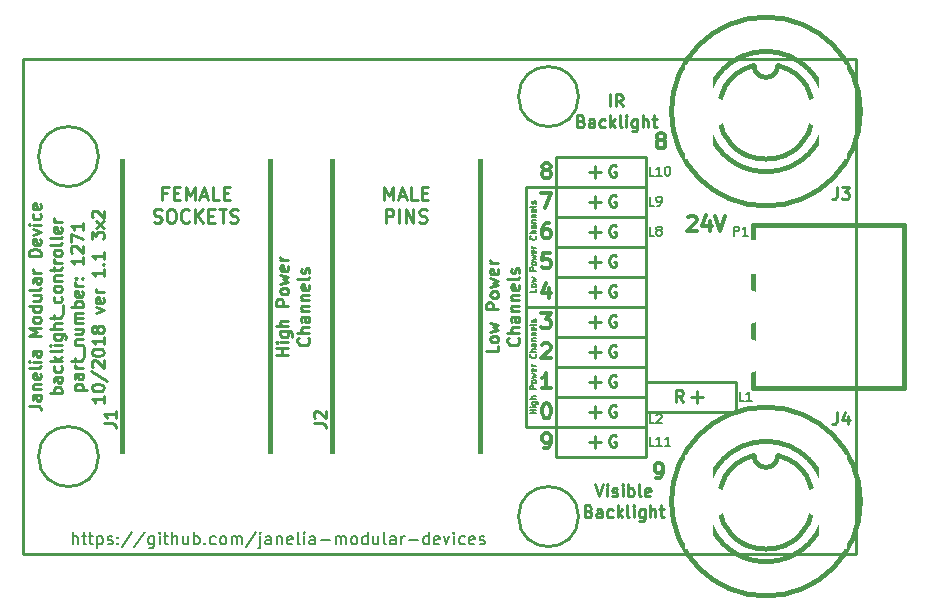
<source format=gto>
G04 #@! TF.GenerationSoftware,KiCad,Pcbnew,6.0.0-rc1-unknown-576a0af~66~ubuntu18.04.1*
G04 #@! TF.CreationDate,2018-10-20T17:19:33-04:00*
G04 #@! TF.ProjectId,backlight_controller_3x2,6261636B6C696768745F636F6E74726F,1.1*
G04 #@! TF.SameCoordinates,Original*
G04 #@! TF.FileFunction,Legend,Top*
G04 #@! TF.FilePolarity,Positive*
%FSLAX46Y46*%
G04 Gerber Fmt 4.6, Leading zero omitted, Abs format (unit mm)*
G04 Created by KiCad (PCBNEW 6.0.0-rc1-unknown-576a0af~66~ubuntu18.04.1) date Sat 20 Oct 2018 05:19:33 PM EDT*
%MOMM*%
%LPD*%
G01*
G04 APERTURE LIST*
%ADD10C,0.317500*%
%ADD11C,0.254000*%
%ADD12C,0.228600*%
%ADD13C,0.127000*%
%ADD14C,0.190500*%
%ADD15C,0.381000*%
%ADD16C,0.400000*%
%ADD17C,0.285750*%
%ADD18C,2.200000*%
%ADD19R,13.000000X3.400000*%
%ADD20R,13.000000X3.400001*%
%ADD21R,2.400000X1.000000*%
%ADD22C,3.556000*%
%ADD23O,1.854200X2.540000*%
%ADD24R,1.854200X2.540000*%
%ADD25O,2.032000X1.524000*%
%ADD26C,4.000000*%
%ADD27R,4.000000X3.000000*%
%ADD28O,4.000000X3.000000*%
%ADD29C,2.500000*%
%ADD30R,2.351600X7.951600*%
%ADD31C,1.601600*%
G04 APERTURE END LIST*
D10*
X141998095Y-81340476D02*
X142058571Y-81280000D01*
X142179523Y-81219523D01*
X142481904Y-81219523D01*
X142602857Y-81280000D01*
X142663333Y-81340476D01*
X142723809Y-81461428D01*
X142723809Y-81582380D01*
X142663333Y-81763809D01*
X141937619Y-82489523D01*
X142723809Y-82489523D01*
X143812380Y-81642857D02*
X143812380Y-82489523D01*
X143510000Y-81159047D02*
X143207619Y-82066190D01*
X143993809Y-82066190D01*
X144296190Y-81219523D02*
X144719523Y-82489523D01*
X145142857Y-81219523D01*
D11*
X134130142Y-103964619D02*
X134468809Y-104980619D01*
X134807476Y-103964619D01*
X135146142Y-104980619D02*
X135146142Y-104303285D01*
X135146142Y-103964619D02*
X135097761Y-104013000D01*
X135146142Y-104061380D01*
X135194523Y-104013000D01*
X135146142Y-103964619D01*
X135146142Y-104061380D01*
X135581571Y-104932238D02*
X135678333Y-104980619D01*
X135871857Y-104980619D01*
X135968619Y-104932238D01*
X136017000Y-104835476D01*
X136017000Y-104787095D01*
X135968619Y-104690333D01*
X135871857Y-104641952D01*
X135726714Y-104641952D01*
X135629952Y-104593571D01*
X135581571Y-104496809D01*
X135581571Y-104448428D01*
X135629952Y-104351666D01*
X135726714Y-104303285D01*
X135871857Y-104303285D01*
X135968619Y-104351666D01*
X136452428Y-104980619D02*
X136452428Y-104303285D01*
X136452428Y-103964619D02*
X136404047Y-104013000D01*
X136452428Y-104061380D01*
X136500809Y-104013000D01*
X136452428Y-103964619D01*
X136452428Y-104061380D01*
X136936238Y-104980619D02*
X136936238Y-103964619D01*
X136936238Y-104351666D02*
X137033000Y-104303285D01*
X137226523Y-104303285D01*
X137323285Y-104351666D01*
X137371666Y-104400047D01*
X137420047Y-104496809D01*
X137420047Y-104787095D01*
X137371666Y-104883857D01*
X137323285Y-104932238D01*
X137226523Y-104980619D01*
X137033000Y-104980619D01*
X136936238Y-104932238D01*
X138000619Y-104980619D02*
X137903857Y-104932238D01*
X137855476Y-104835476D01*
X137855476Y-103964619D01*
X138774714Y-104932238D02*
X138677952Y-104980619D01*
X138484428Y-104980619D01*
X138387666Y-104932238D01*
X138339285Y-104835476D01*
X138339285Y-104448428D01*
X138387666Y-104351666D01*
X138484428Y-104303285D01*
X138677952Y-104303285D01*
X138774714Y-104351666D01*
X138823095Y-104448428D01*
X138823095Y-104545190D01*
X138339285Y-104641952D01*
X133573761Y-106226428D02*
X133718904Y-106274809D01*
X133767285Y-106323190D01*
X133815666Y-106419952D01*
X133815666Y-106565095D01*
X133767285Y-106661857D01*
X133718904Y-106710238D01*
X133622142Y-106758619D01*
X133235095Y-106758619D01*
X133235095Y-105742619D01*
X133573761Y-105742619D01*
X133670523Y-105791000D01*
X133718904Y-105839380D01*
X133767285Y-105936142D01*
X133767285Y-106032904D01*
X133718904Y-106129666D01*
X133670523Y-106178047D01*
X133573761Y-106226428D01*
X133235095Y-106226428D01*
X134686523Y-106758619D02*
X134686523Y-106226428D01*
X134638142Y-106129666D01*
X134541380Y-106081285D01*
X134347857Y-106081285D01*
X134251095Y-106129666D01*
X134686523Y-106710238D02*
X134589761Y-106758619D01*
X134347857Y-106758619D01*
X134251095Y-106710238D01*
X134202714Y-106613476D01*
X134202714Y-106516714D01*
X134251095Y-106419952D01*
X134347857Y-106371571D01*
X134589761Y-106371571D01*
X134686523Y-106323190D01*
X135605761Y-106710238D02*
X135509000Y-106758619D01*
X135315476Y-106758619D01*
X135218714Y-106710238D01*
X135170333Y-106661857D01*
X135121952Y-106565095D01*
X135121952Y-106274809D01*
X135170333Y-106178047D01*
X135218714Y-106129666D01*
X135315476Y-106081285D01*
X135509000Y-106081285D01*
X135605761Y-106129666D01*
X136041190Y-106758619D02*
X136041190Y-105742619D01*
X136137952Y-106371571D02*
X136428238Y-106758619D01*
X136428238Y-106081285D02*
X136041190Y-106468333D01*
X137008809Y-106758619D02*
X136912047Y-106710238D01*
X136863666Y-106613476D01*
X136863666Y-105742619D01*
X137395857Y-106758619D02*
X137395857Y-106081285D01*
X137395857Y-105742619D02*
X137347476Y-105791000D01*
X137395857Y-105839380D01*
X137444238Y-105791000D01*
X137395857Y-105742619D01*
X137395857Y-105839380D01*
X138315095Y-106081285D02*
X138315095Y-106903761D01*
X138266714Y-107000523D01*
X138218333Y-107048904D01*
X138121571Y-107097285D01*
X137976428Y-107097285D01*
X137879666Y-107048904D01*
X138315095Y-106710238D02*
X138218333Y-106758619D01*
X138024809Y-106758619D01*
X137928047Y-106710238D01*
X137879666Y-106661857D01*
X137831285Y-106565095D01*
X137831285Y-106274809D01*
X137879666Y-106178047D01*
X137928047Y-106129666D01*
X138024809Y-106081285D01*
X138218333Y-106081285D01*
X138315095Y-106129666D01*
X138798904Y-106758619D02*
X138798904Y-105742619D01*
X139234333Y-106758619D02*
X139234333Y-106226428D01*
X139185952Y-106129666D01*
X139089190Y-106081285D01*
X138944047Y-106081285D01*
X138847285Y-106129666D01*
X138798904Y-106178047D01*
X139573000Y-106081285D02*
X139960047Y-106081285D01*
X139718142Y-105742619D02*
X139718142Y-106613476D01*
X139766523Y-106710238D01*
X139863285Y-106758619D01*
X139960047Y-106758619D01*
X135382000Y-71960619D02*
X135382000Y-70944619D01*
X136446380Y-71960619D02*
X136107714Y-71476809D01*
X135865809Y-71960619D02*
X135865809Y-70944619D01*
X136252857Y-70944619D01*
X136349619Y-70993000D01*
X136398000Y-71041380D01*
X136446380Y-71138142D01*
X136446380Y-71283285D01*
X136398000Y-71380047D01*
X136349619Y-71428428D01*
X136252857Y-71476809D01*
X135865809Y-71476809D01*
X132938761Y-73206428D02*
X133083904Y-73254809D01*
X133132285Y-73303190D01*
X133180666Y-73399952D01*
X133180666Y-73545095D01*
X133132285Y-73641857D01*
X133083904Y-73690238D01*
X132987142Y-73738619D01*
X132600095Y-73738619D01*
X132600095Y-72722619D01*
X132938761Y-72722619D01*
X133035523Y-72771000D01*
X133083904Y-72819380D01*
X133132285Y-72916142D01*
X133132285Y-73012904D01*
X133083904Y-73109666D01*
X133035523Y-73158047D01*
X132938761Y-73206428D01*
X132600095Y-73206428D01*
X134051523Y-73738619D02*
X134051523Y-73206428D01*
X134003142Y-73109666D01*
X133906380Y-73061285D01*
X133712857Y-73061285D01*
X133616095Y-73109666D01*
X134051523Y-73690238D02*
X133954761Y-73738619D01*
X133712857Y-73738619D01*
X133616095Y-73690238D01*
X133567714Y-73593476D01*
X133567714Y-73496714D01*
X133616095Y-73399952D01*
X133712857Y-73351571D01*
X133954761Y-73351571D01*
X134051523Y-73303190D01*
X134970761Y-73690238D02*
X134874000Y-73738619D01*
X134680476Y-73738619D01*
X134583714Y-73690238D01*
X134535333Y-73641857D01*
X134486952Y-73545095D01*
X134486952Y-73254809D01*
X134535333Y-73158047D01*
X134583714Y-73109666D01*
X134680476Y-73061285D01*
X134874000Y-73061285D01*
X134970761Y-73109666D01*
X135406190Y-73738619D02*
X135406190Y-72722619D01*
X135502952Y-73351571D02*
X135793238Y-73738619D01*
X135793238Y-73061285D02*
X135406190Y-73448333D01*
X136373809Y-73738619D02*
X136277047Y-73690238D01*
X136228666Y-73593476D01*
X136228666Y-72722619D01*
X136760857Y-73738619D02*
X136760857Y-73061285D01*
X136760857Y-72722619D02*
X136712476Y-72771000D01*
X136760857Y-72819380D01*
X136809238Y-72771000D01*
X136760857Y-72722619D01*
X136760857Y-72819380D01*
X137680095Y-73061285D02*
X137680095Y-73883761D01*
X137631714Y-73980523D01*
X137583333Y-74028904D01*
X137486571Y-74077285D01*
X137341428Y-74077285D01*
X137244666Y-74028904D01*
X137680095Y-73690238D02*
X137583333Y-73738619D01*
X137389809Y-73738619D01*
X137293047Y-73690238D01*
X137244666Y-73641857D01*
X137196285Y-73545095D01*
X137196285Y-73254809D01*
X137244666Y-73158047D01*
X137293047Y-73109666D01*
X137389809Y-73061285D01*
X137583333Y-73061285D01*
X137680095Y-73109666D01*
X138163904Y-73738619D02*
X138163904Y-72722619D01*
X138599333Y-73738619D02*
X138599333Y-73206428D01*
X138550952Y-73109666D01*
X138454190Y-73061285D01*
X138309047Y-73061285D01*
X138212285Y-73109666D01*
X138163904Y-73158047D01*
X138938000Y-73061285D02*
X139325047Y-73061285D01*
X139083142Y-72722619D02*
X139083142Y-73593476D01*
X139131523Y-73690238D01*
X139228285Y-73738619D01*
X139325047Y-73738619D01*
X125935619Y-92214095D02*
X125935619Y-92697904D01*
X124919619Y-92697904D01*
X125935619Y-91730285D02*
X125887238Y-91827047D01*
X125838857Y-91875428D01*
X125742095Y-91923809D01*
X125451809Y-91923809D01*
X125355047Y-91875428D01*
X125306666Y-91827047D01*
X125258285Y-91730285D01*
X125258285Y-91585142D01*
X125306666Y-91488380D01*
X125355047Y-91440000D01*
X125451809Y-91391619D01*
X125742095Y-91391619D01*
X125838857Y-91440000D01*
X125887238Y-91488380D01*
X125935619Y-91585142D01*
X125935619Y-91730285D01*
X125258285Y-91052952D02*
X125935619Y-90859428D01*
X125451809Y-90665904D01*
X125935619Y-90472380D01*
X125258285Y-90278857D01*
X125935619Y-89117714D02*
X124919619Y-89117714D01*
X124919619Y-88730666D01*
X124968000Y-88633904D01*
X125016380Y-88585523D01*
X125113142Y-88537142D01*
X125258285Y-88537142D01*
X125355047Y-88585523D01*
X125403428Y-88633904D01*
X125451809Y-88730666D01*
X125451809Y-89117714D01*
X125935619Y-87956571D02*
X125887238Y-88053333D01*
X125838857Y-88101714D01*
X125742095Y-88150095D01*
X125451809Y-88150095D01*
X125355047Y-88101714D01*
X125306666Y-88053333D01*
X125258285Y-87956571D01*
X125258285Y-87811428D01*
X125306666Y-87714666D01*
X125355047Y-87666285D01*
X125451809Y-87617904D01*
X125742095Y-87617904D01*
X125838857Y-87666285D01*
X125887238Y-87714666D01*
X125935619Y-87811428D01*
X125935619Y-87956571D01*
X125258285Y-87279238D02*
X125935619Y-87085714D01*
X125451809Y-86892190D01*
X125935619Y-86698666D01*
X125258285Y-86505142D01*
X125887238Y-85731047D02*
X125935619Y-85827809D01*
X125935619Y-86021333D01*
X125887238Y-86118095D01*
X125790476Y-86166476D01*
X125403428Y-86166476D01*
X125306666Y-86118095D01*
X125258285Y-86021333D01*
X125258285Y-85827809D01*
X125306666Y-85731047D01*
X125403428Y-85682666D01*
X125500190Y-85682666D01*
X125596952Y-86166476D01*
X125935619Y-85247238D02*
X125258285Y-85247238D01*
X125451809Y-85247238D02*
X125355047Y-85198857D01*
X125306666Y-85150476D01*
X125258285Y-85053714D01*
X125258285Y-84956952D01*
X127616857Y-91536761D02*
X127665238Y-91585142D01*
X127713619Y-91730285D01*
X127713619Y-91827047D01*
X127665238Y-91972190D01*
X127568476Y-92068952D01*
X127471714Y-92117333D01*
X127278190Y-92165714D01*
X127133047Y-92165714D01*
X126939523Y-92117333D01*
X126842761Y-92068952D01*
X126746000Y-91972190D01*
X126697619Y-91827047D01*
X126697619Y-91730285D01*
X126746000Y-91585142D01*
X126794380Y-91536761D01*
X127713619Y-91101333D02*
X126697619Y-91101333D01*
X127713619Y-90665904D02*
X127181428Y-90665904D01*
X127084666Y-90714285D01*
X127036285Y-90811047D01*
X127036285Y-90956190D01*
X127084666Y-91052952D01*
X127133047Y-91101333D01*
X127713619Y-89746666D02*
X127181428Y-89746666D01*
X127084666Y-89795047D01*
X127036285Y-89891809D01*
X127036285Y-90085333D01*
X127084666Y-90182095D01*
X127665238Y-89746666D02*
X127713619Y-89843428D01*
X127713619Y-90085333D01*
X127665238Y-90182095D01*
X127568476Y-90230476D01*
X127471714Y-90230476D01*
X127374952Y-90182095D01*
X127326571Y-90085333D01*
X127326571Y-89843428D01*
X127278190Y-89746666D01*
X127036285Y-89262857D02*
X127713619Y-89262857D01*
X127133047Y-89262857D02*
X127084666Y-89214476D01*
X127036285Y-89117714D01*
X127036285Y-88972571D01*
X127084666Y-88875809D01*
X127181428Y-88827428D01*
X127713619Y-88827428D01*
X127036285Y-88343619D02*
X127713619Y-88343619D01*
X127133047Y-88343619D02*
X127084666Y-88295238D01*
X127036285Y-88198476D01*
X127036285Y-88053333D01*
X127084666Y-87956571D01*
X127181428Y-87908190D01*
X127713619Y-87908190D01*
X127665238Y-87037333D02*
X127713619Y-87134095D01*
X127713619Y-87327619D01*
X127665238Y-87424380D01*
X127568476Y-87472761D01*
X127181428Y-87472761D01*
X127084666Y-87424380D01*
X127036285Y-87327619D01*
X127036285Y-87134095D01*
X127084666Y-87037333D01*
X127181428Y-86988952D01*
X127278190Y-86988952D01*
X127374952Y-87472761D01*
X127713619Y-86408380D02*
X127665238Y-86505142D01*
X127568476Y-86553523D01*
X126697619Y-86553523D01*
X127665238Y-86069714D02*
X127713619Y-85972952D01*
X127713619Y-85779428D01*
X127665238Y-85682666D01*
X127568476Y-85634285D01*
X127520095Y-85634285D01*
X127423333Y-85682666D01*
X127374952Y-85779428D01*
X127374952Y-85924571D01*
X127326571Y-86021333D01*
X127229809Y-86069714D01*
X127181428Y-86069714D01*
X127084666Y-86021333D01*
X127036285Y-85924571D01*
X127036285Y-85779428D01*
X127084666Y-85682666D01*
X108155619Y-92988190D02*
X107139619Y-92988190D01*
X107623428Y-92988190D02*
X107623428Y-92407619D01*
X108155619Y-92407619D02*
X107139619Y-92407619D01*
X108155619Y-91923809D02*
X107478285Y-91923809D01*
X107139619Y-91923809D02*
X107188000Y-91972190D01*
X107236380Y-91923809D01*
X107188000Y-91875428D01*
X107139619Y-91923809D01*
X107236380Y-91923809D01*
X107478285Y-91004571D02*
X108300761Y-91004571D01*
X108397523Y-91052952D01*
X108445904Y-91101333D01*
X108494285Y-91198095D01*
X108494285Y-91343238D01*
X108445904Y-91440000D01*
X108107238Y-91004571D02*
X108155619Y-91101333D01*
X108155619Y-91294857D01*
X108107238Y-91391619D01*
X108058857Y-91440000D01*
X107962095Y-91488380D01*
X107671809Y-91488380D01*
X107575047Y-91440000D01*
X107526666Y-91391619D01*
X107478285Y-91294857D01*
X107478285Y-91101333D01*
X107526666Y-91004571D01*
X108155619Y-90520761D02*
X107139619Y-90520761D01*
X108155619Y-90085333D02*
X107623428Y-90085333D01*
X107526666Y-90133714D01*
X107478285Y-90230476D01*
X107478285Y-90375619D01*
X107526666Y-90472380D01*
X107575047Y-90520761D01*
X108155619Y-88827428D02*
X107139619Y-88827428D01*
X107139619Y-88440380D01*
X107188000Y-88343619D01*
X107236380Y-88295238D01*
X107333142Y-88246857D01*
X107478285Y-88246857D01*
X107575047Y-88295238D01*
X107623428Y-88343619D01*
X107671809Y-88440380D01*
X107671809Y-88827428D01*
X108155619Y-87666285D02*
X108107238Y-87763047D01*
X108058857Y-87811428D01*
X107962095Y-87859809D01*
X107671809Y-87859809D01*
X107575047Y-87811428D01*
X107526666Y-87763047D01*
X107478285Y-87666285D01*
X107478285Y-87521142D01*
X107526666Y-87424380D01*
X107575047Y-87376000D01*
X107671809Y-87327619D01*
X107962095Y-87327619D01*
X108058857Y-87376000D01*
X108107238Y-87424380D01*
X108155619Y-87521142D01*
X108155619Y-87666285D01*
X107478285Y-86988952D02*
X108155619Y-86795428D01*
X107671809Y-86601904D01*
X108155619Y-86408380D01*
X107478285Y-86214857D01*
X108107238Y-85440761D02*
X108155619Y-85537523D01*
X108155619Y-85731047D01*
X108107238Y-85827809D01*
X108010476Y-85876190D01*
X107623428Y-85876190D01*
X107526666Y-85827809D01*
X107478285Y-85731047D01*
X107478285Y-85537523D01*
X107526666Y-85440761D01*
X107623428Y-85392380D01*
X107720190Y-85392380D01*
X107816952Y-85876190D01*
X108155619Y-84956952D02*
X107478285Y-84956952D01*
X107671809Y-84956952D02*
X107575047Y-84908571D01*
X107526666Y-84860190D01*
X107478285Y-84763428D01*
X107478285Y-84666666D01*
X109836857Y-91536761D02*
X109885238Y-91585142D01*
X109933619Y-91730285D01*
X109933619Y-91827047D01*
X109885238Y-91972190D01*
X109788476Y-92068952D01*
X109691714Y-92117333D01*
X109498190Y-92165714D01*
X109353047Y-92165714D01*
X109159523Y-92117333D01*
X109062761Y-92068952D01*
X108966000Y-91972190D01*
X108917619Y-91827047D01*
X108917619Y-91730285D01*
X108966000Y-91585142D01*
X109014380Y-91536761D01*
X109933619Y-91101333D02*
X108917619Y-91101333D01*
X109933619Y-90665904D02*
X109401428Y-90665904D01*
X109304666Y-90714285D01*
X109256285Y-90811047D01*
X109256285Y-90956190D01*
X109304666Y-91052952D01*
X109353047Y-91101333D01*
X109933619Y-89746666D02*
X109401428Y-89746666D01*
X109304666Y-89795047D01*
X109256285Y-89891809D01*
X109256285Y-90085333D01*
X109304666Y-90182095D01*
X109885238Y-89746666D02*
X109933619Y-89843428D01*
X109933619Y-90085333D01*
X109885238Y-90182095D01*
X109788476Y-90230476D01*
X109691714Y-90230476D01*
X109594952Y-90182095D01*
X109546571Y-90085333D01*
X109546571Y-89843428D01*
X109498190Y-89746666D01*
X109256285Y-89262857D02*
X109933619Y-89262857D01*
X109353047Y-89262857D02*
X109304666Y-89214476D01*
X109256285Y-89117714D01*
X109256285Y-88972571D01*
X109304666Y-88875809D01*
X109401428Y-88827428D01*
X109933619Y-88827428D01*
X109256285Y-88343619D02*
X109933619Y-88343619D01*
X109353047Y-88343619D02*
X109304666Y-88295238D01*
X109256285Y-88198476D01*
X109256285Y-88053333D01*
X109304666Y-87956571D01*
X109401428Y-87908190D01*
X109933619Y-87908190D01*
X109885238Y-87037333D02*
X109933619Y-87134095D01*
X109933619Y-87327619D01*
X109885238Y-87424380D01*
X109788476Y-87472761D01*
X109401428Y-87472761D01*
X109304666Y-87424380D01*
X109256285Y-87327619D01*
X109256285Y-87134095D01*
X109304666Y-87037333D01*
X109401428Y-86988952D01*
X109498190Y-86988952D01*
X109594952Y-87472761D01*
X109933619Y-86408380D02*
X109885238Y-86505142D01*
X109788476Y-86553523D01*
X108917619Y-86553523D01*
X109885238Y-86069714D02*
X109933619Y-85972952D01*
X109933619Y-85779428D01*
X109885238Y-85682666D01*
X109788476Y-85634285D01*
X109740095Y-85634285D01*
X109643333Y-85682666D01*
X109594952Y-85779428D01*
X109594952Y-85924571D01*
X109546571Y-86021333D01*
X109449809Y-86069714D01*
X109401428Y-86069714D01*
X109304666Y-86021333D01*
X109256285Y-85924571D01*
X109256285Y-85779428D01*
X109304666Y-85682666D01*
D12*
X128270000Y-78740000D02*
X128270000Y-99060000D01*
X130810000Y-78740000D02*
X128270000Y-78740000D01*
X128270000Y-99060000D02*
X130810000Y-99060000D01*
X130810000Y-88900000D02*
X128270000Y-88900000D01*
D13*
X129134809Y-87400190D02*
X129134809Y-87642095D01*
X128626809Y-87642095D01*
X129134809Y-87158285D02*
X129110619Y-87206666D01*
X129086428Y-87230857D01*
X129038047Y-87255047D01*
X128892904Y-87255047D01*
X128844523Y-87230857D01*
X128820333Y-87206666D01*
X128796142Y-87158285D01*
X128796142Y-87085714D01*
X128820333Y-87037333D01*
X128844523Y-87013142D01*
X128892904Y-86988952D01*
X129038047Y-86988952D01*
X129086428Y-87013142D01*
X129110619Y-87037333D01*
X129134809Y-87085714D01*
X129134809Y-87158285D01*
X128796142Y-86819619D02*
X129134809Y-86722857D01*
X128892904Y-86626095D01*
X129134809Y-86529333D01*
X128796142Y-86432571D01*
X129134809Y-85852000D02*
X128626809Y-85852000D01*
X128626809Y-85658476D01*
X128651000Y-85610095D01*
X128675190Y-85585904D01*
X128723571Y-85561714D01*
X128796142Y-85561714D01*
X128844523Y-85585904D01*
X128868714Y-85610095D01*
X128892904Y-85658476D01*
X128892904Y-85852000D01*
X129134809Y-85271428D02*
X129110619Y-85319809D01*
X129086428Y-85344000D01*
X129038047Y-85368190D01*
X128892904Y-85368190D01*
X128844523Y-85344000D01*
X128820333Y-85319809D01*
X128796142Y-85271428D01*
X128796142Y-85198857D01*
X128820333Y-85150476D01*
X128844523Y-85126285D01*
X128892904Y-85102095D01*
X129038047Y-85102095D01*
X129086428Y-85126285D01*
X129110619Y-85150476D01*
X129134809Y-85198857D01*
X129134809Y-85271428D01*
X128796142Y-84932761D02*
X129134809Y-84836000D01*
X128892904Y-84739238D01*
X129134809Y-84642476D01*
X128796142Y-84545714D01*
X129110619Y-84158666D02*
X129134809Y-84207047D01*
X129134809Y-84303809D01*
X129110619Y-84352190D01*
X129062238Y-84376380D01*
X128868714Y-84376380D01*
X128820333Y-84352190D01*
X128796142Y-84303809D01*
X128796142Y-84207047D01*
X128820333Y-84158666D01*
X128868714Y-84134476D01*
X128917095Y-84134476D01*
X128965476Y-84376380D01*
X129134809Y-83916761D02*
X128796142Y-83916761D01*
X128892904Y-83916761D02*
X128844523Y-83892571D01*
X128820333Y-83868380D01*
X128796142Y-83820000D01*
X128796142Y-83771619D01*
X129086428Y-82924952D02*
X129110619Y-82949142D01*
X129134809Y-83021714D01*
X129134809Y-83070095D01*
X129110619Y-83142666D01*
X129062238Y-83191047D01*
X129013857Y-83215238D01*
X128917095Y-83239428D01*
X128844523Y-83239428D01*
X128747761Y-83215238D01*
X128699380Y-83191047D01*
X128651000Y-83142666D01*
X128626809Y-83070095D01*
X128626809Y-83021714D01*
X128651000Y-82949142D01*
X128675190Y-82924952D01*
X129134809Y-82707238D02*
X128626809Y-82707238D01*
X129134809Y-82489523D02*
X128868714Y-82489523D01*
X128820333Y-82513714D01*
X128796142Y-82562095D01*
X128796142Y-82634666D01*
X128820333Y-82683047D01*
X128844523Y-82707238D01*
X129134809Y-82029904D02*
X128868714Y-82029904D01*
X128820333Y-82054095D01*
X128796142Y-82102476D01*
X128796142Y-82199238D01*
X128820333Y-82247619D01*
X129110619Y-82029904D02*
X129134809Y-82078285D01*
X129134809Y-82199238D01*
X129110619Y-82247619D01*
X129062238Y-82271809D01*
X129013857Y-82271809D01*
X128965476Y-82247619D01*
X128941285Y-82199238D01*
X128941285Y-82078285D01*
X128917095Y-82029904D01*
X128796142Y-81788000D02*
X129134809Y-81788000D01*
X128844523Y-81788000D02*
X128820333Y-81763809D01*
X128796142Y-81715428D01*
X128796142Y-81642857D01*
X128820333Y-81594476D01*
X128868714Y-81570285D01*
X129134809Y-81570285D01*
X128796142Y-81328380D02*
X129134809Y-81328380D01*
X128844523Y-81328380D02*
X128820333Y-81304190D01*
X128796142Y-81255809D01*
X128796142Y-81183238D01*
X128820333Y-81134857D01*
X128868714Y-81110666D01*
X129134809Y-81110666D01*
X129110619Y-80675238D02*
X129134809Y-80723619D01*
X129134809Y-80820380D01*
X129110619Y-80868761D01*
X129062238Y-80892952D01*
X128868714Y-80892952D01*
X128820333Y-80868761D01*
X128796142Y-80820380D01*
X128796142Y-80723619D01*
X128820333Y-80675238D01*
X128868714Y-80651047D01*
X128917095Y-80651047D01*
X128965476Y-80892952D01*
X129134809Y-80360761D02*
X129110619Y-80409142D01*
X129062238Y-80433333D01*
X128626809Y-80433333D01*
X129110619Y-80191428D02*
X129134809Y-80143047D01*
X129134809Y-80046285D01*
X129110619Y-79997904D01*
X129062238Y-79973714D01*
X129038047Y-79973714D01*
X128989666Y-79997904D01*
X128965476Y-80046285D01*
X128965476Y-80118857D01*
X128941285Y-80167238D01*
X128892904Y-80191428D01*
X128868714Y-80191428D01*
X128820333Y-80167238D01*
X128796142Y-80118857D01*
X128796142Y-80046285D01*
X128820333Y-79997904D01*
X129134809Y-97947238D02*
X128626809Y-97947238D01*
X128868714Y-97947238D02*
X128868714Y-97656952D01*
X129134809Y-97656952D02*
X128626809Y-97656952D01*
X129134809Y-97415047D02*
X128796142Y-97415047D01*
X128626809Y-97415047D02*
X128651000Y-97439238D01*
X128675190Y-97415047D01*
X128651000Y-97390857D01*
X128626809Y-97415047D01*
X128675190Y-97415047D01*
X128796142Y-96955428D02*
X129207380Y-96955428D01*
X129255761Y-96979619D01*
X129279952Y-97003809D01*
X129304142Y-97052190D01*
X129304142Y-97124761D01*
X129279952Y-97173142D01*
X129110619Y-96955428D02*
X129134809Y-97003809D01*
X129134809Y-97100571D01*
X129110619Y-97148952D01*
X129086428Y-97173142D01*
X129038047Y-97197333D01*
X128892904Y-97197333D01*
X128844523Y-97173142D01*
X128820333Y-97148952D01*
X128796142Y-97100571D01*
X128796142Y-97003809D01*
X128820333Y-96955428D01*
X129134809Y-96713523D02*
X128626809Y-96713523D01*
X129134809Y-96495809D02*
X128868714Y-96495809D01*
X128820333Y-96520000D01*
X128796142Y-96568380D01*
X128796142Y-96640952D01*
X128820333Y-96689333D01*
X128844523Y-96713523D01*
X129134809Y-95866857D02*
X128626809Y-95866857D01*
X128626809Y-95673333D01*
X128651000Y-95624952D01*
X128675190Y-95600761D01*
X128723571Y-95576571D01*
X128796142Y-95576571D01*
X128844523Y-95600761D01*
X128868714Y-95624952D01*
X128892904Y-95673333D01*
X128892904Y-95866857D01*
X129134809Y-95286285D02*
X129110619Y-95334666D01*
X129086428Y-95358857D01*
X129038047Y-95383047D01*
X128892904Y-95383047D01*
X128844523Y-95358857D01*
X128820333Y-95334666D01*
X128796142Y-95286285D01*
X128796142Y-95213714D01*
X128820333Y-95165333D01*
X128844523Y-95141142D01*
X128892904Y-95116952D01*
X129038047Y-95116952D01*
X129086428Y-95141142D01*
X129110619Y-95165333D01*
X129134809Y-95213714D01*
X129134809Y-95286285D01*
X128796142Y-94947619D02*
X129134809Y-94850857D01*
X128892904Y-94754095D01*
X129134809Y-94657333D01*
X128796142Y-94560571D01*
X129110619Y-94173523D02*
X129134809Y-94221904D01*
X129134809Y-94318666D01*
X129110619Y-94367047D01*
X129062238Y-94391238D01*
X128868714Y-94391238D01*
X128820333Y-94367047D01*
X128796142Y-94318666D01*
X128796142Y-94221904D01*
X128820333Y-94173523D01*
X128868714Y-94149333D01*
X128917095Y-94149333D01*
X128965476Y-94391238D01*
X129134809Y-93931619D02*
X128796142Y-93931619D01*
X128892904Y-93931619D02*
X128844523Y-93907428D01*
X128820333Y-93883238D01*
X128796142Y-93834857D01*
X128796142Y-93786476D01*
X129086428Y-92939809D02*
X129110619Y-92964000D01*
X129134809Y-93036571D01*
X129134809Y-93084952D01*
X129110619Y-93157523D01*
X129062238Y-93205904D01*
X129013857Y-93230095D01*
X128917095Y-93254285D01*
X128844523Y-93254285D01*
X128747761Y-93230095D01*
X128699380Y-93205904D01*
X128651000Y-93157523D01*
X128626809Y-93084952D01*
X128626809Y-93036571D01*
X128651000Y-92964000D01*
X128675190Y-92939809D01*
X129134809Y-92722095D02*
X128626809Y-92722095D01*
X129134809Y-92504380D02*
X128868714Y-92504380D01*
X128820333Y-92528571D01*
X128796142Y-92576952D01*
X128796142Y-92649523D01*
X128820333Y-92697904D01*
X128844523Y-92722095D01*
X129134809Y-92044761D02*
X128868714Y-92044761D01*
X128820333Y-92068952D01*
X128796142Y-92117333D01*
X128796142Y-92214095D01*
X128820333Y-92262476D01*
X129110619Y-92044761D02*
X129134809Y-92093142D01*
X129134809Y-92214095D01*
X129110619Y-92262476D01*
X129062238Y-92286666D01*
X129013857Y-92286666D01*
X128965476Y-92262476D01*
X128941285Y-92214095D01*
X128941285Y-92093142D01*
X128917095Y-92044761D01*
X128796142Y-91802857D02*
X129134809Y-91802857D01*
X128844523Y-91802857D02*
X128820333Y-91778666D01*
X128796142Y-91730285D01*
X128796142Y-91657714D01*
X128820333Y-91609333D01*
X128868714Y-91585142D01*
X129134809Y-91585142D01*
X128796142Y-91343238D02*
X129134809Y-91343238D01*
X128844523Y-91343238D02*
X128820333Y-91319047D01*
X128796142Y-91270666D01*
X128796142Y-91198095D01*
X128820333Y-91149714D01*
X128868714Y-91125523D01*
X129134809Y-91125523D01*
X129110619Y-90690095D02*
X129134809Y-90738476D01*
X129134809Y-90835238D01*
X129110619Y-90883619D01*
X129062238Y-90907809D01*
X128868714Y-90907809D01*
X128820333Y-90883619D01*
X128796142Y-90835238D01*
X128796142Y-90738476D01*
X128820333Y-90690095D01*
X128868714Y-90665904D01*
X128917095Y-90665904D01*
X128965476Y-90907809D01*
X129134809Y-90375619D02*
X129110619Y-90424000D01*
X129062238Y-90448190D01*
X128626809Y-90448190D01*
X129110619Y-90206285D02*
X129134809Y-90157904D01*
X129134809Y-90061142D01*
X129110619Y-90012761D01*
X129062238Y-89988571D01*
X129038047Y-89988571D01*
X128989666Y-90012761D01*
X128965476Y-90061142D01*
X128965476Y-90133714D01*
X128941285Y-90182095D01*
X128892904Y-90206285D01*
X128868714Y-90206285D01*
X128820333Y-90182095D01*
X128796142Y-90133714D01*
X128796142Y-90061142D01*
X128820333Y-90012761D01*
D10*
X139579047Y-74778809D02*
X139458095Y-74718333D01*
X139397619Y-74657857D01*
X139337142Y-74536904D01*
X139337142Y-74476428D01*
X139397619Y-74355476D01*
X139458095Y-74295000D01*
X139579047Y-74234523D01*
X139820952Y-74234523D01*
X139941904Y-74295000D01*
X140002380Y-74355476D01*
X140062857Y-74476428D01*
X140062857Y-74536904D01*
X140002380Y-74657857D01*
X139941904Y-74718333D01*
X139820952Y-74778809D01*
X139579047Y-74778809D01*
X139458095Y-74839285D01*
X139397619Y-74899761D01*
X139337142Y-75020714D01*
X139337142Y-75262619D01*
X139397619Y-75383571D01*
X139458095Y-75444047D01*
X139579047Y-75504523D01*
X139820952Y-75504523D01*
X139941904Y-75444047D01*
X140002380Y-75383571D01*
X140062857Y-75262619D01*
X140062857Y-75020714D01*
X140002380Y-74899761D01*
X139941904Y-74839285D01*
X139820952Y-74778809D01*
X139281958Y-103444523D02*
X139523863Y-103444523D01*
X139644815Y-103384047D01*
X139705291Y-103323571D01*
X139826244Y-103142142D01*
X139886720Y-102900238D01*
X139886720Y-102416428D01*
X139826244Y-102295476D01*
X139765767Y-102235000D01*
X139644815Y-102174523D01*
X139402910Y-102174523D01*
X139281958Y-102235000D01*
X139221482Y-102295476D01*
X139161005Y-102416428D01*
X139161005Y-102718809D01*
X139221482Y-102839761D01*
X139281958Y-102900238D01*
X139402910Y-102960714D01*
X139644815Y-102960714D01*
X139765767Y-102900238D01*
X139826244Y-102839761D01*
X139886720Y-102718809D01*
X129938386Y-97094523D02*
X130059339Y-97094523D01*
X130180291Y-97155000D01*
X130240767Y-97215476D01*
X130301244Y-97336428D01*
X130361720Y-97578333D01*
X130361720Y-97880714D01*
X130301244Y-98122619D01*
X130240767Y-98243571D01*
X130180291Y-98304047D01*
X130059339Y-98364523D01*
X129938386Y-98364523D01*
X129817434Y-98304047D01*
X129756958Y-98243571D01*
X129696482Y-98122619D01*
X129636005Y-97880714D01*
X129636005Y-97578333D01*
X129696482Y-97336428D01*
X129756958Y-97215476D01*
X129817434Y-97155000D01*
X129938386Y-97094523D01*
X130361720Y-95824523D02*
X129636005Y-95824523D01*
X129998863Y-95824523D02*
X129998863Y-94554523D01*
X129877910Y-94735952D01*
X129756958Y-94856904D01*
X129636005Y-94917380D01*
X129636005Y-92135476D02*
X129696482Y-92075000D01*
X129817434Y-92014523D01*
X130119815Y-92014523D01*
X130240767Y-92075000D01*
X130301244Y-92135476D01*
X130361720Y-92256428D01*
X130361720Y-92377380D01*
X130301244Y-92558809D01*
X129575529Y-93284523D01*
X130361720Y-93284523D01*
X129575529Y-89474523D02*
X130361720Y-89474523D01*
X129938386Y-89958333D01*
X130119815Y-89958333D01*
X130240767Y-90018809D01*
X130301244Y-90079285D01*
X130361720Y-90200238D01*
X130361720Y-90502619D01*
X130301244Y-90623571D01*
X130240767Y-90684047D01*
X130119815Y-90744523D01*
X129756958Y-90744523D01*
X129636005Y-90684047D01*
X129575529Y-90623571D01*
X130240767Y-87357857D02*
X130240767Y-88204523D01*
X129938386Y-86874047D02*
X129636005Y-87781190D01*
X130422196Y-87781190D01*
X130301244Y-84394523D02*
X129696482Y-84394523D01*
X129636005Y-84999285D01*
X129696482Y-84938809D01*
X129817434Y-84878333D01*
X130119815Y-84878333D01*
X130240767Y-84938809D01*
X130301244Y-84999285D01*
X130361720Y-85120238D01*
X130361720Y-85422619D01*
X130301244Y-85543571D01*
X130240767Y-85604047D01*
X130119815Y-85664523D01*
X129817434Y-85664523D01*
X129696482Y-85604047D01*
X129636005Y-85543571D01*
X130240767Y-81854523D02*
X129998863Y-81854523D01*
X129877910Y-81915000D01*
X129817434Y-81975476D01*
X129696482Y-82156904D01*
X129636005Y-82398809D01*
X129636005Y-82882619D01*
X129696482Y-83003571D01*
X129756958Y-83064047D01*
X129877910Y-83124523D01*
X130119815Y-83124523D01*
X130240767Y-83064047D01*
X130301244Y-83003571D01*
X130361720Y-82882619D01*
X130361720Y-82580238D01*
X130301244Y-82459285D01*
X130240767Y-82398809D01*
X130119815Y-82338333D01*
X129877910Y-82338333D01*
X129756958Y-82398809D01*
X129696482Y-82459285D01*
X129636005Y-82580238D01*
X129575529Y-79314523D02*
X130422196Y-79314523D01*
X129877910Y-80584523D01*
X129877910Y-77318809D02*
X129756958Y-77258333D01*
X129696482Y-77197857D01*
X129636005Y-77076904D01*
X129636005Y-77016428D01*
X129696482Y-76895476D01*
X129756958Y-76835000D01*
X129877910Y-76774523D01*
X130119815Y-76774523D01*
X130240767Y-76835000D01*
X130301244Y-76895476D01*
X130361720Y-77016428D01*
X130361720Y-77076904D01*
X130301244Y-77197857D01*
X130240767Y-77258333D01*
X130119815Y-77318809D01*
X129877910Y-77318809D01*
X129756958Y-77379285D01*
X129696482Y-77439761D01*
X129636005Y-77560714D01*
X129636005Y-77802619D01*
X129696482Y-77923571D01*
X129756958Y-77984047D01*
X129877910Y-78044523D01*
X130119815Y-78044523D01*
X130240767Y-77984047D01*
X130301244Y-77923571D01*
X130361720Y-77802619D01*
X130361720Y-77560714D01*
X130301244Y-77439761D01*
X130240767Y-77379285D01*
X130119815Y-77318809D01*
X129756958Y-100904523D02*
X129998863Y-100904523D01*
X130119815Y-100844047D01*
X130180291Y-100783571D01*
X130301244Y-100602142D01*
X130361720Y-100360238D01*
X130361720Y-99876428D01*
X130301244Y-99755476D01*
X130240767Y-99695000D01*
X130119815Y-99634523D01*
X129877910Y-99634523D01*
X129756958Y-99695000D01*
X129696482Y-99755476D01*
X129636005Y-99876428D01*
X129636005Y-100178809D01*
X129696482Y-100299761D01*
X129756958Y-100360238D01*
X129877910Y-100420714D01*
X130119815Y-100420714D01*
X130240767Y-100360238D01*
X130301244Y-100299761D01*
X130361720Y-100178809D01*
D12*
X156210000Y-67945000D02*
X85725000Y-67945000D01*
X156210000Y-109855000D02*
X156210000Y-67945000D01*
X85725000Y-109855000D02*
X156210000Y-109855000D01*
X85725000Y-67945000D02*
X85725000Y-109855000D01*
D14*
X89897857Y-109044619D02*
X89897857Y-108028619D01*
X90333285Y-109044619D02*
X90333285Y-108512428D01*
X90284904Y-108415666D01*
X90188142Y-108367285D01*
X90043000Y-108367285D01*
X89946238Y-108415666D01*
X89897857Y-108464047D01*
X90671952Y-108367285D02*
X91059000Y-108367285D01*
X90817095Y-108028619D02*
X90817095Y-108899476D01*
X90865476Y-108996238D01*
X90962238Y-109044619D01*
X91059000Y-109044619D01*
X91252523Y-108367285D02*
X91639571Y-108367285D01*
X91397666Y-108028619D02*
X91397666Y-108899476D01*
X91446047Y-108996238D01*
X91542809Y-109044619D01*
X91639571Y-109044619D01*
X91978238Y-108367285D02*
X91978238Y-109383285D01*
X91978238Y-108415666D02*
X92075000Y-108367285D01*
X92268523Y-108367285D01*
X92365285Y-108415666D01*
X92413666Y-108464047D01*
X92462047Y-108560809D01*
X92462047Y-108851095D01*
X92413666Y-108947857D01*
X92365285Y-108996238D01*
X92268523Y-109044619D01*
X92075000Y-109044619D01*
X91978238Y-108996238D01*
X92849095Y-108996238D02*
X92945857Y-109044619D01*
X93139380Y-109044619D01*
X93236142Y-108996238D01*
X93284523Y-108899476D01*
X93284523Y-108851095D01*
X93236142Y-108754333D01*
X93139380Y-108705952D01*
X92994238Y-108705952D01*
X92897476Y-108657571D01*
X92849095Y-108560809D01*
X92849095Y-108512428D01*
X92897476Y-108415666D01*
X92994238Y-108367285D01*
X93139380Y-108367285D01*
X93236142Y-108415666D01*
X93719952Y-108947857D02*
X93768333Y-108996238D01*
X93719952Y-109044619D01*
X93671571Y-108996238D01*
X93719952Y-108947857D01*
X93719952Y-109044619D01*
X93719952Y-108415666D02*
X93768333Y-108464047D01*
X93719952Y-108512428D01*
X93671571Y-108464047D01*
X93719952Y-108415666D01*
X93719952Y-108512428D01*
X94929476Y-107980238D02*
X94058619Y-109286523D01*
X95993857Y-107980238D02*
X95123000Y-109286523D01*
X96767952Y-108367285D02*
X96767952Y-109189761D01*
X96719571Y-109286523D01*
X96671190Y-109334904D01*
X96574428Y-109383285D01*
X96429285Y-109383285D01*
X96332523Y-109334904D01*
X96767952Y-108996238D02*
X96671190Y-109044619D01*
X96477666Y-109044619D01*
X96380904Y-108996238D01*
X96332523Y-108947857D01*
X96284142Y-108851095D01*
X96284142Y-108560809D01*
X96332523Y-108464047D01*
X96380904Y-108415666D01*
X96477666Y-108367285D01*
X96671190Y-108367285D01*
X96767952Y-108415666D01*
X97251761Y-109044619D02*
X97251761Y-108367285D01*
X97251761Y-108028619D02*
X97203380Y-108077000D01*
X97251761Y-108125380D01*
X97300142Y-108077000D01*
X97251761Y-108028619D01*
X97251761Y-108125380D01*
X97590428Y-108367285D02*
X97977476Y-108367285D01*
X97735571Y-108028619D02*
X97735571Y-108899476D01*
X97783952Y-108996238D01*
X97880714Y-109044619D01*
X97977476Y-109044619D01*
X98316142Y-109044619D02*
X98316142Y-108028619D01*
X98751571Y-109044619D02*
X98751571Y-108512428D01*
X98703190Y-108415666D01*
X98606428Y-108367285D01*
X98461285Y-108367285D01*
X98364523Y-108415666D01*
X98316142Y-108464047D01*
X99670809Y-108367285D02*
X99670809Y-109044619D01*
X99235380Y-108367285D02*
X99235380Y-108899476D01*
X99283761Y-108996238D01*
X99380523Y-109044619D01*
X99525666Y-109044619D01*
X99622428Y-108996238D01*
X99670809Y-108947857D01*
X100154619Y-109044619D02*
X100154619Y-108028619D01*
X100154619Y-108415666D02*
X100251380Y-108367285D01*
X100444904Y-108367285D01*
X100541666Y-108415666D01*
X100590047Y-108464047D01*
X100638428Y-108560809D01*
X100638428Y-108851095D01*
X100590047Y-108947857D01*
X100541666Y-108996238D01*
X100444904Y-109044619D01*
X100251380Y-109044619D01*
X100154619Y-108996238D01*
X101073857Y-108947857D02*
X101122238Y-108996238D01*
X101073857Y-109044619D01*
X101025476Y-108996238D01*
X101073857Y-108947857D01*
X101073857Y-109044619D01*
X101993095Y-108996238D02*
X101896333Y-109044619D01*
X101702809Y-109044619D01*
X101606047Y-108996238D01*
X101557666Y-108947857D01*
X101509285Y-108851095D01*
X101509285Y-108560809D01*
X101557666Y-108464047D01*
X101606047Y-108415666D01*
X101702809Y-108367285D01*
X101896333Y-108367285D01*
X101993095Y-108415666D01*
X102573666Y-109044619D02*
X102476904Y-108996238D01*
X102428523Y-108947857D01*
X102380142Y-108851095D01*
X102380142Y-108560809D01*
X102428523Y-108464047D01*
X102476904Y-108415666D01*
X102573666Y-108367285D01*
X102718809Y-108367285D01*
X102815571Y-108415666D01*
X102863952Y-108464047D01*
X102912333Y-108560809D01*
X102912333Y-108851095D01*
X102863952Y-108947857D01*
X102815571Y-108996238D01*
X102718809Y-109044619D01*
X102573666Y-109044619D01*
X103347761Y-109044619D02*
X103347761Y-108367285D01*
X103347761Y-108464047D02*
X103396142Y-108415666D01*
X103492904Y-108367285D01*
X103638047Y-108367285D01*
X103734809Y-108415666D01*
X103783190Y-108512428D01*
X103783190Y-109044619D01*
X103783190Y-108512428D02*
X103831571Y-108415666D01*
X103928333Y-108367285D01*
X104073476Y-108367285D01*
X104170238Y-108415666D01*
X104218619Y-108512428D01*
X104218619Y-109044619D01*
X105428142Y-107980238D02*
X104557285Y-109286523D01*
X105766809Y-108367285D02*
X105766809Y-109238142D01*
X105718428Y-109334904D01*
X105621666Y-109383285D01*
X105573285Y-109383285D01*
X105766809Y-108028619D02*
X105718428Y-108077000D01*
X105766809Y-108125380D01*
X105815190Y-108077000D01*
X105766809Y-108028619D01*
X105766809Y-108125380D01*
X106686047Y-109044619D02*
X106686047Y-108512428D01*
X106637666Y-108415666D01*
X106540904Y-108367285D01*
X106347380Y-108367285D01*
X106250619Y-108415666D01*
X106686047Y-108996238D02*
X106589285Y-109044619D01*
X106347380Y-109044619D01*
X106250619Y-108996238D01*
X106202238Y-108899476D01*
X106202238Y-108802714D01*
X106250619Y-108705952D01*
X106347380Y-108657571D01*
X106589285Y-108657571D01*
X106686047Y-108609190D01*
X107169857Y-108367285D02*
X107169857Y-109044619D01*
X107169857Y-108464047D02*
X107218238Y-108415666D01*
X107315000Y-108367285D01*
X107460142Y-108367285D01*
X107556904Y-108415666D01*
X107605285Y-108512428D01*
X107605285Y-109044619D01*
X108476142Y-108996238D02*
X108379380Y-109044619D01*
X108185857Y-109044619D01*
X108089095Y-108996238D01*
X108040714Y-108899476D01*
X108040714Y-108512428D01*
X108089095Y-108415666D01*
X108185857Y-108367285D01*
X108379380Y-108367285D01*
X108476142Y-108415666D01*
X108524523Y-108512428D01*
X108524523Y-108609190D01*
X108040714Y-108705952D01*
X109105095Y-109044619D02*
X109008333Y-108996238D01*
X108959952Y-108899476D01*
X108959952Y-108028619D01*
X109492142Y-109044619D02*
X109492142Y-108367285D01*
X109492142Y-108028619D02*
X109443761Y-108077000D01*
X109492142Y-108125380D01*
X109540523Y-108077000D01*
X109492142Y-108028619D01*
X109492142Y-108125380D01*
X110411380Y-109044619D02*
X110411380Y-108512428D01*
X110363000Y-108415666D01*
X110266238Y-108367285D01*
X110072714Y-108367285D01*
X109975952Y-108415666D01*
X110411380Y-108996238D02*
X110314619Y-109044619D01*
X110072714Y-109044619D01*
X109975952Y-108996238D01*
X109927571Y-108899476D01*
X109927571Y-108802714D01*
X109975952Y-108705952D01*
X110072714Y-108657571D01*
X110314619Y-108657571D01*
X110411380Y-108609190D01*
X110895190Y-108657571D02*
X111669285Y-108657571D01*
X112153095Y-109044619D02*
X112153095Y-108367285D01*
X112153095Y-108464047D02*
X112201476Y-108415666D01*
X112298238Y-108367285D01*
X112443380Y-108367285D01*
X112540142Y-108415666D01*
X112588523Y-108512428D01*
X112588523Y-109044619D01*
X112588523Y-108512428D02*
X112636904Y-108415666D01*
X112733666Y-108367285D01*
X112878809Y-108367285D01*
X112975571Y-108415666D01*
X113023952Y-108512428D01*
X113023952Y-109044619D01*
X113652904Y-109044619D02*
X113556142Y-108996238D01*
X113507761Y-108947857D01*
X113459380Y-108851095D01*
X113459380Y-108560809D01*
X113507761Y-108464047D01*
X113556142Y-108415666D01*
X113652904Y-108367285D01*
X113798047Y-108367285D01*
X113894809Y-108415666D01*
X113943190Y-108464047D01*
X113991571Y-108560809D01*
X113991571Y-108851095D01*
X113943190Y-108947857D01*
X113894809Y-108996238D01*
X113798047Y-109044619D01*
X113652904Y-109044619D01*
X114862428Y-109044619D02*
X114862428Y-108028619D01*
X114862428Y-108996238D02*
X114765666Y-109044619D01*
X114572142Y-109044619D01*
X114475380Y-108996238D01*
X114427000Y-108947857D01*
X114378619Y-108851095D01*
X114378619Y-108560809D01*
X114427000Y-108464047D01*
X114475380Y-108415666D01*
X114572142Y-108367285D01*
X114765666Y-108367285D01*
X114862428Y-108415666D01*
X115781666Y-108367285D02*
X115781666Y-109044619D01*
X115346238Y-108367285D02*
X115346238Y-108899476D01*
X115394619Y-108996238D01*
X115491380Y-109044619D01*
X115636523Y-109044619D01*
X115733285Y-108996238D01*
X115781666Y-108947857D01*
X116410619Y-109044619D02*
X116313857Y-108996238D01*
X116265476Y-108899476D01*
X116265476Y-108028619D01*
X117233095Y-109044619D02*
X117233095Y-108512428D01*
X117184714Y-108415666D01*
X117087952Y-108367285D01*
X116894428Y-108367285D01*
X116797666Y-108415666D01*
X117233095Y-108996238D02*
X117136333Y-109044619D01*
X116894428Y-109044619D01*
X116797666Y-108996238D01*
X116749285Y-108899476D01*
X116749285Y-108802714D01*
X116797666Y-108705952D01*
X116894428Y-108657571D01*
X117136333Y-108657571D01*
X117233095Y-108609190D01*
X117716904Y-109044619D02*
X117716904Y-108367285D01*
X117716904Y-108560809D02*
X117765285Y-108464047D01*
X117813666Y-108415666D01*
X117910428Y-108367285D01*
X118007190Y-108367285D01*
X118345857Y-108657571D02*
X119119952Y-108657571D01*
X120039190Y-109044619D02*
X120039190Y-108028619D01*
X120039190Y-108996238D02*
X119942428Y-109044619D01*
X119748904Y-109044619D01*
X119652142Y-108996238D01*
X119603761Y-108947857D01*
X119555380Y-108851095D01*
X119555380Y-108560809D01*
X119603761Y-108464047D01*
X119652142Y-108415666D01*
X119748904Y-108367285D01*
X119942428Y-108367285D01*
X120039190Y-108415666D01*
X120910047Y-108996238D02*
X120813285Y-109044619D01*
X120619761Y-109044619D01*
X120523000Y-108996238D01*
X120474619Y-108899476D01*
X120474619Y-108512428D01*
X120523000Y-108415666D01*
X120619761Y-108367285D01*
X120813285Y-108367285D01*
X120910047Y-108415666D01*
X120958428Y-108512428D01*
X120958428Y-108609190D01*
X120474619Y-108705952D01*
X121297095Y-108367285D02*
X121539000Y-109044619D01*
X121780904Y-108367285D01*
X122167952Y-109044619D02*
X122167952Y-108367285D01*
X122167952Y-108028619D02*
X122119571Y-108077000D01*
X122167952Y-108125380D01*
X122216333Y-108077000D01*
X122167952Y-108028619D01*
X122167952Y-108125380D01*
X123087190Y-108996238D02*
X122990428Y-109044619D01*
X122796904Y-109044619D01*
X122700142Y-108996238D01*
X122651761Y-108947857D01*
X122603380Y-108851095D01*
X122603380Y-108560809D01*
X122651761Y-108464047D01*
X122700142Y-108415666D01*
X122796904Y-108367285D01*
X122990428Y-108367285D01*
X123087190Y-108415666D01*
X123909666Y-108996238D02*
X123812904Y-109044619D01*
X123619380Y-109044619D01*
X123522619Y-108996238D01*
X123474238Y-108899476D01*
X123474238Y-108512428D01*
X123522619Y-108415666D01*
X123619380Y-108367285D01*
X123812904Y-108367285D01*
X123909666Y-108415666D01*
X123958047Y-108512428D01*
X123958047Y-108609190D01*
X123474238Y-108705952D01*
X124345095Y-108996238D02*
X124441857Y-109044619D01*
X124635380Y-109044619D01*
X124732142Y-108996238D01*
X124780523Y-108899476D01*
X124780523Y-108851095D01*
X124732142Y-108754333D01*
X124635380Y-108705952D01*
X124490238Y-108705952D01*
X124393476Y-108657571D01*
X124345095Y-108560809D01*
X124345095Y-108512428D01*
X124393476Y-108415666D01*
X124490238Y-108367285D01*
X124635380Y-108367285D01*
X124732142Y-108415666D01*
D11*
X86184619Y-97294095D02*
X86910333Y-97294095D01*
X87055476Y-97342476D01*
X87152238Y-97439238D01*
X87200619Y-97584380D01*
X87200619Y-97681142D01*
X87200619Y-96374857D02*
X86668428Y-96374857D01*
X86571666Y-96423238D01*
X86523285Y-96520000D01*
X86523285Y-96713523D01*
X86571666Y-96810285D01*
X87152238Y-96374857D02*
X87200619Y-96471619D01*
X87200619Y-96713523D01*
X87152238Y-96810285D01*
X87055476Y-96858666D01*
X86958714Y-96858666D01*
X86861952Y-96810285D01*
X86813571Y-96713523D01*
X86813571Y-96471619D01*
X86765190Y-96374857D01*
X86523285Y-95891047D02*
X87200619Y-95891047D01*
X86620047Y-95891047D02*
X86571666Y-95842666D01*
X86523285Y-95745904D01*
X86523285Y-95600761D01*
X86571666Y-95504000D01*
X86668428Y-95455619D01*
X87200619Y-95455619D01*
X87152238Y-94584761D02*
X87200619Y-94681523D01*
X87200619Y-94875047D01*
X87152238Y-94971809D01*
X87055476Y-95020190D01*
X86668428Y-95020190D01*
X86571666Y-94971809D01*
X86523285Y-94875047D01*
X86523285Y-94681523D01*
X86571666Y-94584761D01*
X86668428Y-94536380D01*
X86765190Y-94536380D01*
X86861952Y-95020190D01*
X87200619Y-93955809D02*
X87152238Y-94052571D01*
X87055476Y-94100952D01*
X86184619Y-94100952D01*
X87200619Y-93568761D02*
X86523285Y-93568761D01*
X86184619Y-93568761D02*
X86233000Y-93617142D01*
X86281380Y-93568761D01*
X86233000Y-93520380D01*
X86184619Y-93568761D01*
X86281380Y-93568761D01*
X87200619Y-92649523D02*
X86668428Y-92649523D01*
X86571666Y-92697904D01*
X86523285Y-92794666D01*
X86523285Y-92988190D01*
X86571666Y-93084952D01*
X87152238Y-92649523D02*
X87200619Y-92746285D01*
X87200619Y-92988190D01*
X87152238Y-93084952D01*
X87055476Y-93133333D01*
X86958714Y-93133333D01*
X86861952Y-93084952D01*
X86813571Y-92988190D01*
X86813571Y-92746285D01*
X86765190Y-92649523D01*
X87200619Y-91391619D02*
X86184619Y-91391619D01*
X86910333Y-91052952D01*
X86184619Y-90714285D01*
X87200619Y-90714285D01*
X87200619Y-90085333D02*
X87152238Y-90182095D01*
X87103857Y-90230476D01*
X87007095Y-90278857D01*
X86716809Y-90278857D01*
X86620047Y-90230476D01*
X86571666Y-90182095D01*
X86523285Y-90085333D01*
X86523285Y-89940190D01*
X86571666Y-89843428D01*
X86620047Y-89795047D01*
X86716809Y-89746666D01*
X87007095Y-89746666D01*
X87103857Y-89795047D01*
X87152238Y-89843428D01*
X87200619Y-89940190D01*
X87200619Y-90085333D01*
X87200619Y-88875809D02*
X86184619Y-88875809D01*
X87152238Y-88875809D02*
X87200619Y-88972571D01*
X87200619Y-89166095D01*
X87152238Y-89262857D01*
X87103857Y-89311238D01*
X87007095Y-89359619D01*
X86716809Y-89359619D01*
X86620047Y-89311238D01*
X86571666Y-89262857D01*
X86523285Y-89166095D01*
X86523285Y-88972571D01*
X86571666Y-88875809D01*
X86523285Y-87956571D02*
X87200619Y-87956571D01*
X86523285Y-88392000D02*
X87055476Y-88392000D01*
X87152238Y-88343619D01*
X87200619Y-88246857D01*
X87200619Y-88101714D01*
X87152238Y-88004952D01*
X87103857Y-87956571D01*
X87200619Y-87327619D02*
X87152238Y-87424380D01*
X87055476Y-87472761D01*
X86184619Y-87472761D01*
X87200619Y-86505142D02*
X86668428Y-86505142D01*
X86571666Y-86553523D01*
X86523285Y-86650285D01*
X86523285Y-86843809D01*
X86571666Y-86940571D01*
X87152238Y-86505142D02*
X87200619Y-86601904D01*
X87200619Y-86843809D01*
X87152238Y-86940571D01*
X87055476Y-86988952D01*
X86958714Y-86988952D01*
X86861952Y-86940571D01*
X86813571Y-86843809D01*
X86813571Y-86601904D01*
X86765190Y-86505142D01*
X87200619Y-86021333D02*
X86523285Y-86021333D01*
X86716809Y-86021333D02*
X86620047Y-85972952D01*
X86571666Y-85924571D01*
X86523285Y-85827809D01*
X86523285Y-85731047D01*
X87200619Y-84618285D02*
X86184619Y-84618285D01*
X86184619Y-84376380D01*
X86233000Y-84231238D01*
X86329761Y-84134476D01*
X86426523Y-84086095D01*
X86620047Y-84037714D01*
X86765190Y-84037714D01*
X86958714Y-84086095D01*
X87055476Y-84134476D01*
X87152238Y-84231238D01*
X87200619Y-84376380D01*
X87200619Y-84618285D01*
X87152238Y-83215238D02*
X87200619Y-83312000D01*
X87200619Y-83505523D01*
X87152238Y-83602285D01*
X87055476Y-83650666D01*
X86668428Y-83650666D01*
X86571666Y-83602285D01*
X86523285Y-83505523D01*
X86523285Y-83312000D01*
X86571666Y-83215238D01*
X86668428Y-83166857D01*
X86765190Y-83166857D01*
X86861952Y-83650666D01*
X86523285Y-82828190D02*
X87200619Y-82586285D01*
X86523285Y-82344380D01*
X87200619Y-81957333D02*
X86523285Y-81957333D01*
X86184619Y-81957333D02*
X86233000Y-82005714D01*
X86281380Y-81957333D01*
X86233000Y-81908952D01*
X86184619Y-81957333D01*
X86281380Y-81957333D01*
X87152238Y-81038095D02*
X87200619Y-81134857D01*
X87200619Y-81328380D01*
X87152238Y-81425142D01*
X87103857Y-81473523D01*
X87007095Y-81521904D01*
X86716809Y-81521904D01*
X86620047Y-81473523D01*
X86571666Y-81425142D01*
X86523285Y-81328380D01*
X86523285Y-81134857D01*
X86571666Y-81038095D01*
X87152238Y-80215619D02*
X87200619Y-80312380D01*
X87200619Y-80505904D01*
X87152238Y-80602666D01*
X87055476Y-80651047D01*
X86668428Y-80651047D01*
X86571666Y-80602666D01*
X86523285Y-80505904D01*
X86523285Y-80312380D01*
X86571666Y-80215619D01*
X86668428Y-80167238D01*
X86765190Y-80167238D01*
X86861952Y-80651047D01*
X88978619Y-96229714D02*
X87962619Y-96229714D01*
X88349666Y-96229714D02*
X88301285Y-96132952D01*
X88301285Y-95939428D01*
X88349666Y-95842666D01*
X88398047Y-95794285D01*
X88494809Y-95745904D01*
X88785095Y-95745904D01*
X88881857Y-95794285D01*
X88930238Y-95842666D01*
X88978619Y-95939428D01*
X88978619Y-96132952D01*
X88930238Y-96229714D01*
X88978619Y-94875047D02*
X88446428Y-94875047D01*
X88349666Y-94923428D01*
X88301285Y-95020190D01*
X88301285Y-95213714D01*
X88349666Y-95310476D01*
X88930238Y-94875047D02*
X88978619Y-94971809D01*
X88978619Y-95213714D01*
X88930238Y-95310476D01*
X88833476Y-95358857D01*
X88736714Y-95358857D01*
X88639952Y-95310476D01*
X88591571Y-95213714D01*
X88591571Y-94971809D01*
X88543190Y-94875047D01*
X88930238Y-93955809D02*
X88978619Y-94052571D01*
X88978619Y-94246095D01*
X88930238Y-94342857D01*
X88881857Y-94391238D01*
X88785095Y-94439619D01*
X88494809Y-94439619D01*
X88398047Y-94391238D01*
X88349666Y-94342857D01*
X88301285Y-94246095D01*
X88301285Y-94052571D01*
X88349666Y-93955809D01*
X88978619Y-93520380D02*
X87962619Y-93520380D01*
X88591571Y-93423619D02*
X88978619Y-93133333D01*
X88301285Y-93133333D02*
X88688333Y-93520380D01*
X88978619Y-92552761D02*
X88930238Y-92649523D01*
X88833476Y-92697904D01*
X87962619Y-92697904D01*
X88978619Y-92165714D02*
X88301285Y-92165714D01*
X87962619Y-92165714D02*
X88011000Y-92214095D01*
X88059380Y-92165714D01*
X88011000Y-92117333D01*
X87962619Y-92165714D01*
X88059380Y-92165714D01*
X88301285Y-91246476D02*
X89123761Y-91246476D01*
X89220523Y-91294857D01*
X89268904Y-91343238D01*
X89317285Y-91440000D01*
X89317285Y-91585142D01*
X89268904Y-91681904D01*
X88930238Y-91246476D02*
X88978619Y-91343238D01*
X88978619Y-91536761D01*
X88930238Y-91633523D01*
X88881857Y-91681904D01*
X88785095Y-91730285D01*
X88494809Y-91730285D01*
X88398047Y-91681904D01*
X88349666Y-91633523D01*
X88301285Y-91536761D01*
X88301285Y-91343238D01*
X88349666Y-91246476D01*
X88978619Y-90762666D02*
X87962619Y-90762666D01*
X88978619Y-90327238D02*
X88446428Y-90327238D01*
X88349666Y-90375619D01*
X88301285Y-90472380D01*
X88301285Y-90617523D01*
X88349666Y-90714285D01*
X88398047Y-90762666D01*
X88301285Y-89988571D02*
X88301285Y-89601523D01*
X87962619Y-89843428D02*
X88833476Y-89843428D01*
X88930238Y-89795047D01*
X88978619Y-89698285D01*
X88978619Y-89601523D01*
X89075380Y-89504761D02*
X89075380Y-88730666D01*
X88930238Y-88053333D02*
X88978619Y-88150095D01*
X88978619Y-88343619D01*
X88930238Y-88440380D01*
X88881857Y-88488761D01*
X88785095Y-88537142D01*
X88494809Y-88537142D01*
X88398047Y-88488761D01*
X88349666Y-88440380D01*
X88301285Y-88343619D01*
X88301285Y-88150095D01*
X88349666Y-88053333D01*
X88978619Y-87472761D02*
X88930238Y-87569523D01*
X88881857Y-87617904D01*
X88785095Y-87666285D01*
X88494809Y-87666285D01*
X88398047Y-87617904D01*
X88349666Y-87569523D01*
X88301285Y-87472761D01*
X88301285Y-87327619D01*
X88349666Y-87230857D01*
X88398047Y-87182476D01*
X88494809Y-87134095D01*
X88785095Y-87134095D01*
X88881857Y-87182476D01*
X88930238Y-87230857D01*
X88978619Y-87327619D01*
X88978619Y-87472761D01*
X88301285Y-86698666D02*
X88978619Y-86698666D01*
X88398047Y-86698666D02*
X88349666Y-86650285D01*
X88301285Y-86553523D01*
X88301285Y-86408380D01*
X88349666Y-86311619D01*
X88446428Y-86263238D01*
X88978619Y-86263238D01*
X88301285Y-85924571D02*
X88301285Y-85537523D01*
X87962619Y-85779428D02*
X88833476Y-85779428D01*
X88930238Y-85731047D01*
X88978619Y-85634285D01*
X88978619Y-85537523D01*
X88978619Y-85198857D02*
X88301285Y-85198857D01*
X88494809Y-85198857D02*
X88398047Y-85150476D01*
X88349666Y-85102095D01*
X88301285Y-85005333D01*
X88301285Y-84908571D01*
X88978619Y-84424761D02*
X88930238Y-84521523D01*
X88881857Y-84569904D01*
X88785095Y-84618285D01*
X88494809Y-84618285D01*
X88398047Y-84569904D01*
X88349666Y-84521523D01*
X88301285Y-84424761D01*
X88301285Y-84279619D01*
X88349666Y-84182857D01*
X88398047Y-84134476D01*
X88494809Y-84086095D01*
X88785095Y-84086095D01*
X88881857Y-84134476D01*
X88930238Y-84182857D01*
X88978619Y-84279619D01*
X88978619Y-84424761D01*
X88978619Y-83505523D02*
X88930238Y-83602285D01*
X88833476Y-83650666D01*
X87962619Y-83650666D01*
X88978619Y-82973333D02*
X88930238Y-83070095D01*
X88833476Y-83118476D01*
X87962619Y-83118476D01*
X88930238Y-82199238D02*
X88978619Y-82296000D01*
X88978619Y-82489523D01*
X88930238Y-82586285D01*
X88833476Y-82634666D01*
X88446428Y-82634666D01*
X88349666Y-82586285D01*
X88301285Y-82489523D01*
X88301285Y-82296000D01*
X88349666Y-82199238D01*
X88446428Y-82150857D01*
X88543190Y-82150857D01*
X88639952Y-82634666D01*
X88978619Y-81715428D02*
X88301285Y-81715428D01*
X88494809Y-81715428D02*
X88398047Y-81667047D01*
X88349666Y-81618666D01*
X88301285Y-81521904D01*
X88301285Y-81425142D01*
X90079285Y-95939428D02*
X91095285Y-95939428D01*
X90127666Y-95939428D02*
X90079285Y-95842666D01*
X90079285Y-95649142D01*
X90127666Y-95552380D01*
X90176047Y-95504000D01*
X90272809Y-95455619D01*
X90563095Y-95455619D01*
X90659857Y-95504000D01*
X90708238Y-95552380D01*
X90756619Y-95649142D01*
X90756619Y-95842666D01*
X90708238Y-95939428D01*
X90756619Y-94584761D02*
X90224428Y-94584761D01*
X90127666Y-94633142D01*
X90079285Y-94729904D01*
X90079285Y-94923428D01*
X90127666Y-95020190D01*
X90708238Y-94584761D02*
X90756619Y-94681523D01*
X90756619Y-94923428D01*
X90708238Y-95020190D01*
X90611476Y-95068571D01*
X90514714Y-95068571D01*
X90417952Y-95020190D01*
X90369571Y-94923428D01*
X90369571Y-94681523D01*
X90321190Y-94584761D01*
X90756619Y-94100952D02*
X90079285Y-94100952D01*
X90272809Y-94100952D02*
X90176047Y-94052571D01*
X90127666Y-94004190D01*
X90079285Y-93907428D01*
X90079285Y-93810666D01*
X90079285Y-93617142D02*
X90079285Y-93230095D01*
X89740619Y-93472000D02*
X90611476Y-93472000D01*
X90708238Y-93423619D01*
X90756619Y-93326857D01*
X90756619Y-93230095D01*
X90853380Y-93133333D02*
X90853380Y-92359238D01*
X90079285Y-92117333D02*
X90756619Y-92117333D01*
X90176047Y-92117333D02*
X90127666Y-92068952D01*
X90079285Y-91972190D01*
X90079285Y-91827047D01*
X90127666Y-91730285D01*
X90224428Y-91681904D01*
X90756619Y-91681904D01*
X90079285Y-90762666D02*
X90756619Y-90762666D01*
X90079285Y-91198095D02*
X90611476Y-91198095D01*
X90708238Y-91149714D01*
X90756619Y-91052952D01*
X90756619Y-90907809D01*
X90708238Y-90811047D01*
X90659857Y-90762666D01*
X90756619Y-90278857D02*
X90079285Y-90278857D01*
X90176047Y-90278857D02*
X90127666Y-90230476D01*
X90079285Y-90133714D01*
X90079285Y-89988571D01*
X90127666Y-89891809D01*
X90224428Y-89843428D01*
X90756619Y-89843428D01*
X90224428Y-89843428D02*
X90127666Y-89795047D01*
X90079285Y-89698285D01*
X90079285Y-89553142D01*
X90127666Y-89456380D01*
X90224428Y-89408000D01*
X90756619Y-89408000D01*
X90756619Y-88924190D02*
X89740619Y-88924190D01*
X90127666Y-88924190D02*
X90079285Y-88827428D01*
X90079285Y-88633904D01*
X90127666Y-88537142D01*
X90176047Y-88488761D01*
X90272809Y-88440380D01*
X90563095Y-88440380D01*
X90659857Y-88488761D01*
X90708238Y-88537142D01*
X90756619Y-88633904D01*
X90756619Y-88827428D01*
X90708238Y-88924190D01*
X90708238Y-87617904D02*
X90756619Y-87714666D01*
X90756619Y-87908190D01*
X90708238Y-88004952D01*
X90611476Y-88053333D01*
X90224428Y-88053333D01*
X90127666Y-88004952D01*
X90079285Y-87908190D01*
X90079285Y-87714666D01*
X90127666Y-87617904D01*
X90224428Y-87569523D01*
X90321190Y-87569523D01*
X90417952Y-88053333D01*
X90756619Y-87134095D02*
X90079285Y-87134095D01*
X90272809Y-87134095D02*
X90176047Y-87085714D01*
X90127666Y-87037333D01*
X90079285Y-86940571D01*
X90079285Y-86843809D01*
X90659857Y-86505142D02*
X90708238Y-86456761D01*
X90756619Y-86505142D01*
X90708238Y-86553523D01*
X90659857Y-86505142D01*
X90756619Y-86505142D01*
X90127666Y-86505142D02*
X90176047Y-86456761D01*
X90224428Y-86505142D01*
X90176047Y-86553523D01*
X90127666Y-86505142D01*
X90224428Y-86505142D01*
X90756619Y-84715047D02*
X90756619Y-85295619D01*
X90756619Y-85005333D02*
X89740619Y-85005333D01*
X89885761Y-85102095D01*
X89982523Y-85198857D01*
X90030904Y-85295619D01*
X89837380Y-84328000D02*
X89789000Y-84279619D01*
X89740619Y-84182857D01*
X89740619Y-83940952D01*
X89789000Y-83844190D01*
X89837380Y-83795809D01*
X89934142Y-83747428D01*
X90030904Y-83747428D01*
X90176047Y-83795809D01*
X90756619Y-84376380D01*
X90756619Y-83747428D01*
X89740619Y-83408761D02*
X89740619Y-82731428D01*
X90756619Y-83166857D01*
X90756619Y-81812190D02*
X90756619Y-82392761D01*
X90756619Y-82102476D02*
X89740619Y-82102476D01*
X89885761Y-82199238D01*
X89982523Y-82295999D01*
X90030904Y-82392761D01*
X92534619Y-96447428D02*
X92534619Y-97028000D01*
X92534619Y-96737714D02*
X91518619Y-96737714D01*
X91663761Y-96834476D01*
X91760523Y-96931238D01*
X91808904Y-97028000D01*
X91518619Y-95818476D02*
X91518619Y-95721714D01*
X91567000Y-95624952D01*
X91615380Y-95576571D01*
X91712142Y-95528190D01*
X91905666Y-95479809D01*
X92147571Y-95479809D01*
X92341095Y-95528190D01*
X92437857Y-95576571D01*
X92486238Y-95624952D01*
X92534619Y-95721714D01*
X92534619Y-95818476D01*
X92486238Y-95915238D01*
X92437857Y-95963619D01*
X92341095Y-96012000D01*
X92147571Y-96060380D01*
X91905666Y-96060380D01*
X91712142Y-96012000D01*
X91615380Y-95963619D01*
X91567000Y-95915238D01*
X91518619Y-95818476D01*
X91470238Y-94318666D02*
X92776523Y-95189523D01*
X91615380Y-94028380D02*
X91567000Y-93980000D01*
X91518619Y-93883238D01*
X91518619Y-93641333D01*
X91567000Y-93544571D01*
X91615380Y-93496190D01*
X91712142Y-93447809D01*
X91808904Y-93447809D01*
X91954047Y-93496190D01*
X92534619Y-94076761D01*
X92534619Y-93447809D01*
X91518619Y-92818857D02*
X91518619Y-92722095D01*
X91567000Y-92625333D01*
X91615380Y-92576952D01*
X91712142Y-92528571D01*
X91905666Y-92480190D01*
X92147571Y-92480190D01*
X92341095Y-92528571D01*
X92437857Y-92576952D01*
X92486238Y-92625333D01*
X92534619Y-92722095D01*
X92534619Y-92818857D01*
X92486238Y-92915619D01*
X92437857Y-92964000D01*
X92341095Y-93012380D01*
X92147571Y-93060761D01*
X91905666Y-93060761D01*
X91712142Y-93012380D01*
X91615380Y-92964000D01*
X91567000Y-92915619D01*
X91518619Y-92818857D01*
X92534619Y-91512571D02*
X92534619Y-92093142D01*
X92534619Y-91802857D02*
X91518619Y-91802857D01*
X91663761Y-91899619D01*
X91760523Y-91996380D01*
X91808904Y-92093142D01*
X91954047Y-90932000D02*
X91905666Y-91028761D01*
X91857285Y-91077142D01*
X91760523Y-91125523D01*
X91712142Y-91125523D01*
X91615380Y-91077142D01*
X91567000Y-91028761D01*
X91518619Y-90932000D01*
X91518619Y-90738476D01*
X91567000Y-90641714D01*
X91615380Y-90593333D01*
X91712142Y-90544952D01*
X91760523Y-90544952D01*
X91857285Y-90593333D01*
X91905666Y-90641714D01*
X91954047Y-90738476D01*
X91954047Y-90932000D01*
X92002428Y-91028761D01*
X92050809Y-91077142D01*
X92147571Y-91125523D01*
X92341095Y-91125523D01*
X92437857Y-91077142D01*
X92486238Y-91028761D01*
X92534619Y-90932000D01*
X92534619Y-90738476D01*
X92486238Y-90641714D01*
X92437857Y-90593333D01*
X92341095Y-90544952D01*
X92147571Y-90544952D01*
X92050809Y-90593333D01*
X92002428Y-90641714D01*
X91954047Y-90738476D01*
X91857285Y-89432190D02*
X92534619Y-89190285D01*
X91857285Y-88948380D01*
X92486238Y-88174285D02*
X92534619Y-88271047D01*
X92534619Y-88464571D01*
X92486238Y-88561333D01*
X92389476Y-88609714D01*
X92002428Y-88609714D01*
X91905666Y-88561333D01*
X91857285Y-88464571D01*
X91857285Y-88271047D01*
X91905666Y-88174285D01*
X92002428Y-88125904D01*
X92099190Y-88125904D01*
X92195952Y-88609714D01*
X92534619Y-87690476D02*
X91857285Y-87690476D01*
X92050809Y-87690476D02*
X91954047Y-87642095D01*
X91905666Y-87593714D01*
X91857285Y-87496952D01*
X91857285Y-87400190D01*
X92534619Y-85755238D02*
X92534619Y-86335809D01*
X92534619Y-86045523D02*
X91518619Y-86045523D01*
X91663761Y-86142285D01*
X91760523Y-86239047D01*
X91808904Y-86335809D01*
X92437857Y-85319809D02*
X92486238Y-85271428D01*
X92534619Y-85319809D01*
X92486238Y-85368190D01*
X92437857Y-85319809D01*
X92534619Y-85319809D01*
X92534619Y-84303809D02*
X92534619Y-84884380D01*
X92534619Y-84594095D02*
X91518619Y-84594095D01*
X91663761Y-84690857D01*
X91760523Y-84787619D01*
X91808904Y-84884380D01*
X91518619Y-83191047D02*
X91518619Y-82562095D01*
X91905666Y-82900761D01*
X91905666Y-82755619D01*
X91954047Y-82658857D01*
X92002428Y-82610476D01*
X92099190Y-82562095D01*
X92341095Y-82562095D01*
X92437857Y-82610476D01*
X92486238Y-82658857D01*
X92534619Y-82755619D01*
X92534619Y-83045904D01*
X92486238Y-83142666D01*
X92437857Y-83191047D01*
X92534619Y-82223428D02*
X91857285Y-81691238D01*
X91857285Y-82223428D02*
X92534619Y-81691238D01*
X91615380Y-81352571D02*
X91567000Y-81304190D01*
X91518619Y-81207428D01*
X91518619Y-80965523D01*
X91567000Y-80868761D01*
X91615380Y-80820380D01*
X91712142Y-80772000D01*
X91808904Y-80772000D01*
X91954047Y-80820380D01*
X92534619Y-81400952D01*
X92534619Y-80772000D01*
D15*
G04 #@! TO.C,J2*
X111860000Y-104460000D02*
X124360000Y-104460000D01*
X124360000Y-104460000D02*
X124360000Y-73340000D01*
X124360000Y-73340000D02*
X111860000Y-73340000D01*
X111860000Y-73340000D02*
X111860000Y-104460000D01*
G04 #@! TO.C,J1*
X94080000Y-104460000D02*
X106580000Y-104460000D01*
X106580000Y-104460000D02*
X106580000Y-73340000D01*
X106580000Y-73340000D02*
X94080000Y-73340000D01*
X94080000Y-73340000D02*
X94080000Y-104460000D01*
D12*
G04 #@! TO.C,MDB1*
X132715000Y-71120000D02*
G75*
G03X132715000Y-71120000I-2540000J0D01*
G01*
X132715000Y-106680000D02*
G75*
G03X132715000Y-106680000I-2540000J0D01*
G01*
X92075000Y-101600000D02*
G75*
G03X92075000Y-101600000I-2540000J0D01*
G01*
X92075000Y-76200000D02*
G75*
G03X92075000Y-76200000I-2540000J0D01*
G01*
G04 #@! TO.C,L1*
X142748000Y-96012000D02*
X142748000Y-97028000D01*
X142240000Y-96520000D02*
X143256000Y-96520000D01*
X146050000Y-95250000D02*
X146050000Y-97790000D01*
X146050000Y-97790000D02*
X138430000Y-97790000D01*
X138430000Y-97790000D02*
X138430000Y-95250000D01*
X138430000Y-95250000D02*
X146050000Y-95250000D01*
G04 #@! TO.C,L2*
X138430000Y-99060000D02*
X130810000Y-99060000D01*
X138430000Y-96520000D02*
X138430000Y-99060000D01*
X130810000Y-96520000D02*
X138430000Y-96520000D01*
X130810000Y-99060000D02*
X130810000Y-96520000D01*
X134620000Y-97790000D02*
X133604000Y-97790000D01*
X134112000Y-98298000D02*
X134112000Y-97282000D01*
G04 #@! TO.C,L3*
X134112000Y-95758000D02*
X134112000Y-94742000D01*
X134620000Y-95250000D02*
X133604000Y-95250000D01*
X130810000Y-96520000D02*
X130810000Y-93980000D01*
X130810000Y-93980000D02*
X138430000Y-93980000D01*
X138430000Y-93980000D02*
X138430000Y-96520000D01*
X138430000Y-96520000D02*
X130810000Y-96520000D01*
G04 #@! TO.C,L4*
X138430000Y-93980000D02*
X130810000Y-93980000D01*
X138430000Y-91440000D02*
X138430000Y-93980000D01*
X130810000Y-91440000D02*
X138430000Y-91440000D01*
X130810000Y-93980000D02*
X130810000Y-91440000D01*
X134620000Y-92710000D02*
X133604000Y-92710000D01*
X134112000Y-93218000D02*
X134112000Y-92202000D01*
G04 #@! TO.C,L5*
X134112000Y-90678000D02*
X134112000Y-89662000D01*
X134620000Y-90170000D02*
X133604000Y-90170000D01*
X130810000Y-91440000D02*
X130810000Y-88900000D01*
X130810000Y-88900000D02*
X138430000Y-88900000D01*
X138430000Y-88900000D02*
X138430000Y-91440000D01*
X138430000Y-91440000D02*
X130810000Y-91440000D01*
G04 #@! TO.C,L6*
X138430000Y-88900000D02*
X130810000Y-88900000D01*
X138430000Y-86360000D02*
X138430000Y-88900000D01*
X130810000Y-86360000D02*
X138430000Y-86360000D01*
X130810000Y-88900000D02*
X130810000Y-86360000D01*
X134620000Y-87630000D02*
X133604000Y-87630000D01*
X134112000Y-88138000D02*
X134112000Y-87122000D01*
G04 #@! TO.C,L7*
X138430000Y-86360000D02*
X130810000Y-86360000D01*
X138430000Y-83820000D02*
X138430000Y-86360000D01*
X130810000Y-83820000D02*
X138430000Y-83820000D01*
X130810000Y-86360000D02*
X130810000Y-83820000D01*
X134620000Y-85090000D02*
X133604000Y-85090000D01*
X134112000Y-85598000D02*
X134112000Y-84582000D01*
G04 #@! TO.C,L8*
X134112000Y-83058000D02*
X134112000Y-82042000D01*
X134620000Y-82550000D02*
X133604000Y-82550000D01*
X130810000Y-83820000D02*
X130810000Y-81280000D01*
X130810000Y-81280000D02*
X138430000Y-81280000D01*
X138430000Y-81280000D02*
X138430000Y-83820000D01*
X138430000Y-83820000D02*
X130810000Y-83820000D01*
G04 #@! TO.C,L9*
X134112000Y-80518000D02*
X134112000Y-79502000D01*
X134620000Y-80010000D02*
X133604000Y-80010000D01*
X130810000Y-81280000D02*
X130810000Y-78740000D01*
X130810000Y-78740000D02*
X138430000Y-78740000D01*
X138430000Y-78740000D02*
X138430000Y-81280000D01*
X138430000Y-81280000D02*
X130810000Y-81280000D01*
G04 #@! TO.C,L10*
X134112000Y-77978000D02*
X134112000Y-76962000D01*
X134620000Y-77470000D02*
X133604000Y-77470000D01*
X130810000Y-78740000D02*
X130810000Y-76200000D01*
X130810000Y-76200000D02*
X138430000Y-76200000D01*
X138430000Y-76200000D02*
X138430000Y-78740000D01*
X138430000Y-78740000D02*
X130810000Y-78740000D01*
G04 #@! TO.C,L11*
X138430000Y-101600000D02*
X130810000Y-101600000D01*
X138430000Y-99060000D02*
X138430000Y-101600000D01*
X130810000Y-99060000D02*
X138430000Y-99060000D01*
X130810000Y-101600000D02*
X130810000Y-99060000D01*
X134620000Y-100330000D02*
X133604000Y-100330000D01*
X134112000Y-100838000D02*
X134112000Y-99822000D01*
D16*
G04 #@! TO.C,P1*
X160270000Y-95800000D02*
X160270000Y-82000000D01*
X147470000Y-95800000D02*
X147470000Y-82000000D01*
X147470000Y-95800000D02*
X160270000Y-95800000D01*
X147470000Y-82000000D02*
X160270000Y-82000000D01*
G04 #@! TO.C,J3*
X153690000Y-72390000D02*
G75*
G03X153690000Y-72390000I-5100000J0D01*
G01*
X156590000Y-72390000D02*
G75*
G03X156590000Y-72390000I-8000000J0D01*
G01*
X149590000Y-68490000D02*
G75*
G02X147590000Y-68490000I-1000000J0D01*
G01*
X149592533Y-68490652D02*
G75*
G02X147590001Y-68490001I-1002533J-3899348D01*
G01*
G04 #@! TO.C,J4*
X149592533Y-101510652D02*
G75*
G02X147590001Y-101510001I-1002533J-3899348D01*
G01*
X149590000Y-101510000D02*
G75*
G02X147590000Y-101510000I-1000000J0D01*
G01*
X156590000Y-105410000D02*
G75*
G03X156590000Y-105410000I-8000000J0D01*
G01*
X153690000Y-105410000D02*
G75*
G03X153690000Y-105410000I-5100000J0D01*
G01*
G04 #@! TD*
G04 #@! TO.C,J2*
D11*
X110314619Y-98763666D02*
X111040333Y-98763666D01*
X111185476Y-98812047D01*
X111282238Y-98908809D01*
X111330619Y-99053952D01*
X111330619Y-99150714D01*
X110411380Y-98328238D02*
X110363000Y-98279857D01*
X110314619Y-98183095D01*
X110314619Y-97941190D01*
X110363000Y-97844428D01*
X110411380Y-97796047D01*
X110508142Y-97747666D01*
X110604904Y-97747666D01*
X110750047Y-97796047D01*
X111330619Y-98376619D01*
X111330619Y-97747666D01*
D17*
X116395500Y-81797071D02*
X116395500Y-80654071D01*
X116830928Y-80654071D01*
X116939785Y-80708500D01*
X116994214Y-80762928D01*
X117048642Y-80871785D01*
X117048642Y-81035071D01*
X116994214Y-81143928D01*
X116939785Y-81198357D01*
X116830928Y-81252785D01*
X116395500Y-81252785D01*
X117538500Y-81797071D02*
X117538500Y-80654071D01*
X118082785Y-81797071D02*
X118082785Y-80654071D01*
X118735928Y-81797071D01*
X118735928Y-80654071D01*
X119225785Y-81742642D02*
X119389071Y-81797071D01*
X119661214Y-81797071D01*
X119770071Y-81742642D01*
X119824500Y-81688214D01*
X119878928Y-81579357D01*
X119878928Y-81470500D01*
X119824500Y-81361642D01*
X119770071Y-81307214D01*
X119661214Y-81252785D01*
X119443500Y-81198357D01*
X119334642Y-81143928D01*
X119280214Y-81089500D01*
X119225785Y-80980642D01*
X119225785Y-80871785D01*
X119280214Y-80762928D01*
X119334642Y-80708500D01*
X119443500Y-80654071D01*
X119715642Y-80654071D01*
X119878928Y-80708500D01*
X116259428Y-79892071D02*
X116259428Y-78749071D01*
X116640428Y-79565500D01*
X117021428Y-78749071D01*
X117021428Y-79892071D01*
X117511285Y-79565500D02*
X118055571Y-79565500D01*
X117402428Y-79892071D02*
X117783428Y-78749071D01*
X118164428Y-79892071D01*
X119089714Y-79892071D02*
X118545428Y-79892071D01*
X118545428Y-78749071D01*
X119470714Y-79293357D02*
X119851714Y-79293357D01*
X120015000Y-79892071D02*
X119470714Y-79892071D01*
X119470714Y-78749071D01*
X120015000Y-78749071D01*
G04 #@! TO.C,J1*
D11*
X92534619Y-98763666D02*
X93260333Y-98763666D01*
X93405476Y-98812047D01*
X93502238Y-98908809D01*
X93550619Y-99053952D01*
X93550619Y-99150714D01*
X93550619Y-97747666D02*
X93550619Y-98328238D01*
X93550619Y-98037952D02*
X92534619Y-98037952D01*
X92679761Y-98134714D01*
X92776523Y-98231476D01*
X92824904Y-98328238D01*
D17*
X96764928Y-81742642D02*
X96928214Y-81797071D01*
X97200357Y-81797071D01*
X97309214Y-81742642D01*
X97363642Y-81688214D01*
X97418071Y-81579357D01*
X97418071Y-81470500D01*
X97363642Y-81361642D01*
X97309214Y-81307214D01*
X97200357Y-81252785D01*
X96982642Y-81198357D01*
X96873785Y-81143928D01*
X96819357Y-81089500D01*
X96764928Y-80980642D01*
X96764928Y-80871785D01*
X96819357Y-80762928D01*
X96873785Y-80708500D01*
X96982642Y-80654071D01*
X97254785Y-80654071D01*
X97418071Y-80708500D01*
X98125642Y-80654071D02*
X98343357Y-80654071D01*
X98452214Y-80708500D01*
X98561071Y-80817357D01*
X98615500Y-81035071D01*
X98615500Y-81416071D01*
X98561071Y-81633785D01*
X98452214Y-81742642D01*
X98343357Y-81797071D01*
X98125642Y-81797071D01*
X98016785Y-81742642D01*
X97907928Y-81633785D01*
X97853500Y-81416071D01*
X97853500Y-81035071D01*
X97907928Y-80817357D01*
X98016785Y-80708500D01*
X98125642Y-80654071D01*
X99758500Y-81688214D02*
X99704071Y-81742642D01*
X99540785Y-81797071D01*
X99431928Y-81797071D01*
X99268642Y-81742642D01*
X99159785Y-81633785D01*
X99105357Y-81524928D01*
X99050928Y-81307214D01*
X99050928Y-81143928D01*
X99105357Y-80926214D01*
X99159785Y-80817357D01*
X99268642Y-80708500D01*
X99431928Y-80654071D01*
X99540785Y-80654071D01*
X99704071Y-80708500D01*
X99758500Y-80762928D01*
X100248357Y-81797071D02*
X100248357Y-80654071D01*
X100901500Y-81797071D02*
X100411642Y-81143928D01*
X100901500Y-80654071D02*
X100248357Y-81307214D01*
X101391357Y-81198357D02*
X101772357Y-81198357D01*
X101935642Y-81797071D02*
X101391357Y-81797071D01*
X101391357Y-80654071D01*
X101935642Y-80654071D01*
X102262214Y-80654071D02*
X102915357Y-80654071D01*
X102588785Y-81797071D02*
X102588785Y-80654071D01*
X103241928Y-81742642D02*
X103405214Y-81797071D01*
X103677357Y-81797071D01*
X103786214Y-81742642D01*
X103840642Y-81688214D01*
X103895071Y-81579357D01*
X103895071Y-81470500D01*
X103840642Y-81361642D01*
X103786214Y-81307214D01*
X103677357Y-81252785D01*
X103459642Y-81198357D01*
X103350785Y-81143928D01*
X103296357Y-81089500D01*
X103241928Y-80980642D01*
X103241928Y-80871785D01*
X103296357Y-80762928D01*
X103350785Y-80708500D01*
X103459642Y-80654071D01*
X103731785Y-80654071D01*
X103895071Y-80708500D01*
X97853500Y-79293357D02*
X97472500Y-79293357D01*
X97472500Y-79892071D02*
X97472500Y-78749071D01*
X98016785Y-78749071D01*
X98452214Y-79293357D02*
X98833214Y-79293357D01*
X98996500Y-79892071D02*
X98452214Y-79892071D01*
X98452214Y-78749071D01*
X98996500Y-78749071D01*
X99486357Y-79892071D02*
X99486357Y-78749071D01*
X99867357Y-79565500D01*
X100248357Y-78749071D01*
X100248357Y-79892071D01*
X100738214Y-79565500D02*
X101282500Y-79565500D01*
X100629357Y-79892071D02*
X101010357Y-78749071D01*
X101391357Y-79892071D01*
X102316642Y-79892071D02*
X101772357Y-79892071D01*
X101772357Y-78749071D01*
X102697642Y-79293357D02*
X103078642Y-79293357D01*
X103241928Y-79892071D02*
X102697642Y-79892071D01*
X102697642Y-78749071D01*
X103241928Y-78749071D01*
G04 #@! TO.C,L1*
D14*
X146718110Y-96864714D02*
X146355253Y-96864714D01*
X146355253Y-96102714D01*
X147371253Y-96864714D02*
X146935825Y-96864714D01*
X147153539Y-96864714D02*
X147153539Y-96102714D01*
X147080967Y-96211571D01*
X147008396Y-96284142D01*
X146935825Y-96320428D01*
D11*
X141554476Y-96979619D02*
X141215809Y-96495809D01*
X140973904Y-96979619D02*
X140973904Y-95963619D01*
X141360952Y-95963619D01*
X141457714Y-96012000D01*
X141506095Y-96060380D01*
X141554476Y-96157142D01*
X141554476Y-96302285D01*
X141506095Y-96399047D01*
X141457714Y-96447428D01*
X141360952Y-96495809D01*
X140973904Y-96495809D01*
G04 #@! TO.C,L2*
D14*
X139098110Y-98769714D02*
X138735253Y-98769714D01*
X138735253Y-98007714D01*
X139315825Y-98080285D02*
X139352110Y-98044000D01*
X139424682Y-98007714D01*
X139606110Y-98007714D01*
X139678682Y-98044000D01*
X139714967Y-98080285D01*
X139751253Y-98152857D01*
X139751253Y-98225428D01*
X139714967Y-98334285D01*
X139279539Y-98769714D01*
X139751253Y-98769714D01*
D11*
X135886095Y-97282000D02*
X135789333Y-97233619D01*
X135644190Y-97233619D01*
X135499047Y-97282000D01*
X135402285Y-97378761D01*
X135353904Y-97475523D01*
X135305523Y-97669047D01*
X135305523Y-97814190D01*
X135353904Y-98007714D01*
X135402285Y-98104476D01*
X135499047Y-98201238D01*
X135644190Y-98249619D01*
X135740952Y-98249619D01*
X135886095Y-98201238D01*
X135934476Y-98152857D01*
X135934476Y-97814190D01*
X135740952Y-97814190D01*
G04 #@! TO.C,L3*
X135886095Y-94742000D02*
X135789333Y-94693619D01*
X135644190Y-94693619D01*
X135499047Y-94742000D01*
X135402285Y-94838761D01*
X135353904Y-94935523D01*
X135305523Y-95129047D01*
X135305523Y-95274190D01*
X135353904Y-95467714D01*
X135402285Y-95564476D01*
X135499047Y-95661238D01*
X135644190Y-95709619D01*
X135740952Y-95709619D01*
X135886095Y-95661238D01*
X135934476Y-95612857D01*
X135934476Y-95274190D01*
X135740952Y-95274190D01*
G04 #@! TO.C,L4*
X135886095Y-92202000D02*
X135789333Y-92153619D01*
X135644190Y-92153619D01*
X135499047Y-92202000D01*
X135402285Y-92298761D01*
X135353904Y-92395523D01*
X135305523Y-92589047D01*
X135305523Y-92734190D01*
X135353904Y-92927714D01*
X135402285Y-93024476D01*
X135499047Y-93121238D01*
X135644190Y-93169619D01*
X135740952Y-93169619D01*
X135886095Y-93121238D01*
X135934476Y-93072857D01*
X135934476Y-92734190D01*
X135740952Y-92734190D01*
G04 #@! TO.C,L5*
X135886095Y-89662000D02*
X135789333Y-89613619D01*
X135644190Y-89613619D01*
X135499047Y-89662000D01*
X135402285Y-89758761D01*
X135353904Y-89855523D01*
X135305523Y-90049047D01*
X135305523Y-90194190D01*
X135353904Y-90387714D01*
X135402285Y-90484476D01*
X135499047Y-90581238D01*
X135644190Y-90629619D01*
X135740952Y-90629619D01*
X135886095Y-90581238D01*
X135934476Y-90532857D01*
X135934476Y-90194190D01*
X135740952Y-90194190D01*
G04 #@! TO.C,L6*
X135886095Y-87122000D02*
X135789333Y-87073619D01*
X135644190Y-87073619D01*
X135499047Y-87122000D01*
X135402285Y-87218761D01*
X135353904Y-87315523D01*
X135305523Y-87509047D01*
X135305523Y-87654190D01*
X135353904Y-87847714D01*
X135402285Y-87944476D01*
X135499047Y-88041238D01*
X135644190Y-88089619D01*
X135740952Y-88089619D01*
X135886095Y-88041238D01*
X135934476Y-87992857D01*
X135934476Y-87654190D01*
X135740952Y-87654190D01*
G04 #@! TO.C,L7*
X135886095Y-84582000D02*
X135789333Y-84533619D01*
X135644190Y-84533619D01*
X135499047Y-84582000D01*
X135402285Y-84678761D01*
X135353904Y-84775523D01*
X135305523Y-84969047D01*
X135305523Y-85114190D01*
X135353904Y-85307714D01*
X135402285Y-85404476D01*
X135499047Y-85501238D01*
X135644190Y-85549619D01*
X135740952Y-85549619D01*
X135886095Y-85501238D01*
X135934476Y-85452857D01*
X135934476Y-85114190D01*
X135740952Y-85114190D01*
G04 #@! TO.C,L8*
D14*
X139098110Y-82894714D02*
X138735253Y-82894714D01*
X138735253Y-82132714D01*
X139460967Y-82459285D02*
X139388396Y-82423000D01*
X139352110Y-82386714D01*
X139315825Y-82314142D01*
X139315825Y-82277857D01*
X139352110Y-82205285D01*
X139388396Y-82169000D01*
X139460967Y-82132714D01*
X139606110Y-82132714D01*
X139678682Y-82169000D01*
X139714967Y-82205285D01*
X139751253Y-82277857D01*
X139751253Y-82314142D01*
X139714967Y-82386714D01*
X139678682Y-82423000D01*
X139606110Y-82459285D01*
X139460967Y-82459285D01*
X139388396Y-82495571D01*
X139352110Y-82531857D01*
X139315825Y-82604428D01*
X139315825Y-82749571D01*
X139352110Y-82822142D01*
X139388396Y-82858428D01*
X139460967Y-82894714D01*
X139606110Y-82894714D01*
X139678682Y-82858428D01*
X139714967Y-82822142D01*
X139751253Y-82749571D01*
X139751253Y-82604428D01*
X139714967Y-82531857D01*
X139678682Y-82495571D01*
X139606110Y-82459285D01*
D11*
X135886095Y-82042000D02*
X135789333Y-81993619D01*
X135644190Y-81993619D01*
X135499047Y-82042000D01*
X135402285Y-82138761D01*
X135353904Y-82235523D01*
X135305523Y-82429047D01*
X135305523Y-82574190D01*
X135353904Y-82767714D01*
X135402285Y-82864476D01*
X135499047Y-82961238D01*
X135644190Y-83009619D01*
X135740952Y-83009619D01*
X135886095Y-82961238D01*
X135934476Y-82912857D01*
X135934476Y-82574190D01*
X135740952Y-82574190D01*
G04 #@! TO.C,L9*
D14*
X139098110Y-80354714D02*
X138735253Y-80354714D01*
X138735253Y-79592714D01*
X139388396Y-80354714D02*
X139533539Y-80354714D01*
X139606110Y-80318428D01*
X139642396Y-80282142D01*
X139714967Y-80173285D01*
X139751253Y-80028142D01*
X139751253Y-79737857D01*
X139714967Y-79665285D01*
X139678682Y-79629000D01*
X139606110Y-79592714D01*
X139460967Y-79592714D01*
X139388396Y-79629000D01*
X139352110Y-79665285D01*
X139315825Y-79737857D01*
X139315825Y-79919285D01*
X139352110Y-79991857D01*
X139388396Y-80028142D01*
X139460967Y-80064428D01*
X139606110Y-80064428D01*
X139678682Y-80028142D01*
X139714967Y-79991857D01*
X139751253Y-79919285D01*
D11*
X135886095Y-79502000D02*
X135789333Y-79453619D01*
X135644190Y-79453619D01*
X135499047Y-79502000D01*
X135402285Y-79598761D01*
X135353904Y-79695523D01*
X135305523Y-79889047D01*
X135305523Y-80034190D01*
X135353904Y-80227714D01*
X135402285Y-80324476D01*
X135499047Y-80421238D01*
X135644190Y-80469619D01*
X135740952Y-80469619D01*
X135886095Y-80421238D01*
X135934476Y-80372857D01*
X135934476Y-80034190D01*
X135740952Y-80034190D01*
G04 #@! TO.C,L10*
D14*
X139098110Y-77814714D02*
X138735253Y-77814714D01*
X138735253Y-77052714D01*
X139751253Y-77814714D02*
X139315825Y-77814714D01*
X139533539Y-77814714D02*
X139533539Y-77052714D01*
X139460967Y-77161571D01*
X139388396Y-77234142D01*
X139315825Y-77270428D01*
X140222967Y-77052714D02*
X140295539Y-77052714D01*
X140368110Y-77089000D01*
X140404396Y-77125285D01*
X140440682Y-77197857D01*
X140476967Y-77343000D01*
X140476967Y-77524428D01*
X140440682Y-77669571D01*
X140404396Y-77742142D01*
X140368110Y-77778428D01*
X140295539Y-77814714D01*
X140222967Y-77814714D01*
X140150396Y-77778428D01*
X140114110Y-77742142D01*
X140077825Y-77669571D01*
X140041539Y-77524428D01*
X140041539Y-77343000D01*
X140077825Y-77197857D01*
X140114110Y-77125285D01*
X140150396Y-77089000D01*
X140222967Y-77052714D01*
D11*
X135886095Y-76962000D02*
X135789333Y-76913619D01*
X135644190Y-76913619D01*
X135499047Y-76962000D01*
X135402285Y-77058761D01*
X135353904Y-77155523D01*
X135305523Y-77349047D01*
X135305523Y-77494190D01*
X135353904Y-77687714D01*
X135402285Y-77784476D01*
X135499047Y-77881238D01*
X135644190Y-77929619D01*
X135740952Y-77929619D01*
X135886095Y-77881238D01*
X135934476Y-77832857D01*
X135934476Y-77494190D01*
X135740952Y-77494190D01*
G04 #@! TO.C,L11*
D14*
X139098110Y-100674714D02*
X138735253Y-100674714D01*
X138735253Y-99912714D01*
X139751253Y-100674714D02*
X139315825Y-100674714D01*
X139533539Y-100674714D02*
X139533539Y-99912714D01*
X139460967Y-100021571D01*
X139388396Y-100094142D01*
X139315825Y-100130428D01*
X140476967Y-100674714D02*
X140041539Y-100674714D01*
X140259253Y-100674714D02*
X140259253Y-99912714D01*
X140186682Y-100021571D01*
X140114110Y-100094142D01*
X140041539Y-100130428D01*
D11*
X135886095Y-99822000D02*
X135789333Y-99773619D01*
X135644190Y-99773619D01*
X135499047Y-99822000D01*
X135402285Y-99918761D01*
X135353904Y-100015523D01*
X135305523Y-100209047D01*
X135305523Y-100354190D01*
X135353904Y-100547714D01*
X135402285Y-100644476D01*
X135499047Y-100741238D01*
X135644190Y-100789619D01*
X135740952Y-100789619D01*
X135886095Y-100741238D01*
X135934476Y-100692857D01*
X135934476Y-100354190D01*
X135740952Y-100354190D01*
G04 #@! TO.C,P1*
D14*
X145889889Y-82894714D02*
X145889889Y-82132714D01*
X146180175Y-82132714D01*
X146252746Y-82169000D01*
X146289032Y-82205285D01*
X146325317Y-82277857D01*
X146325317Y-82386714D01*
X146289032Y-82459285D01*
X146252746Y-82495571D01*
X146180175Y-82531857D01*
X145889889Y-82531857D01*
X147051032Y-82894714D02*
X146615603Y-82894714D01*
X146833317Y-82894714D02*
X146833317Y-82132714D01*
X146760746Y-82241571D01*
X146688175Y-82314142D01*
X146615603Y-82350428D01*
G04 #@! TO.C,J3*
D11*
X154601333Y-78818619D02*
X154601333Y-79544333D01*
X154552952Y-79689476D01*
X154456190Y-79786238D01*
X154311047Y-79834619D01*
X154214285Y-79834619D01*
X154988380Y-78818619D02*
X155617333Y-78818619D01*
X155278666Y-79205666D01*
X155423809Y-79205666D01*
X155520571Y-79254047D01*
X155568952Y-79302428D01*
X155617333Y-79399190D01*
X155617333Y-79641095D01*
X155568952Y-79737857D01*
X155520571Y-79786238D01*
X155423809Y-79834619D01*
X155133523Y-79834619D01*
X155036761Y-79786238D01*
X154988380Y-79737857D01*
G04 #@! TO.C,J4*
X154601333Y-97868619D02*
X154601333Y-98594333D01*
X154552952Y-98739476D01*
X154456190Y-98836238D01*
X154311047Y-98884619D01*
X154214285Y-98884619D01*
X155520571Y-98207285D02*
X155520571Y-98884619D01*
X155278666Y-97820238D02*
X155036761Y-98545952D01*
X155665714Y-98545952D01*
G04 #@! TD*
%LPC*%
D18*
G04 #@! TO.C,J2*
X115010000Y-76400000D03*
X115010000Y-101400000D03*
D19*
X118110000Y-103100000D03*
D20*
X118110000Y-74700000D03*
D21*
X116390000Y-94380000D03*
X116390000Y-91640000D03*
X116390000Y-88900000D03*
X116390000Y-86160000D03*
X116390000Y-83420000D03*
X119830000Y-93010000D03*
X119830000Y-90270000D03*
X119830000Y-87530000D03*
X119830000Y-84790000D03*
G04 #@! TD*
D18*
G04 #@! TO.C,J1*
X97230000Y-76400000D03*
X97230000Y-101400000D03*
D19*
X100330000Y-103100000D03*
D20*
X100330000Y-74700000D03*
D21*
X98610000Y-94380000D03*
X98610000Y-91640000D03*
X98610000Y-88900000D03*
X98610000Y-86160000D03*
X98610000Y-83420000D03*
X102050000Y-93010000D03*
X102050000Y-90270000D03*
X102050000Y-87530000D03*
X102050000Y-84790000D03*
G04 #@! TD*
D22*
G04 #@! TO.C,MDB1*
X130175000Y-71120000D03*
X130175000Y-106680000D03*
X89535000Y-101600000D03*
X89535000Y-76200000D03*
D23*
X88265000Y-106680000D03*
X90805000Y-106680000D03*
X93345000Y-106680000D03*
X95885000Y-106680000D03*
X98425000Y-106680000D03*
X100965000Y-106680000D03*
X103505000Y-106680000D03*
X106045000Y-106680000D03*
X108585000Y-106680000D03*
X111125000Y-106680000D03*
X113665000Y-106680000D03*
X116205000Y-106680000D03*
X118745000Y-106680000D03*
X121285000Y-106680000D03*
X123825000Y-106680000D03*
X126365000Y-106680000D03*
X126365000Y-71120000D03*
X123825000Y-71120000D03*
X121285000Y-71120000D03*
X118745000Y-71120000D03*
X116205000Y-71120000D03*
X113665000Y-71120000D03*
X111125000Y-71120000D03*
X108585000Y-71120000D03*
X106045000Y-71120000D03*
X103505000Y-71120000D03*
X100965000Y-71120000D03*
X98425000Y-71120000D03*
X95885000Y-71120000D03*
D24*
X88265000Y-71120000D03*
D23*
X93345000Y-71120000D03*
X90805000Y-71120000D03*
G04 #@! TD*
D25*
G04 #@! TO.C,L1*
X144780000Y-96520000D03*
X139700000Y-96520000D03*
G04 #@! TD*
G04 #@! TO.C,L2*
X137160000Y-97790000D03*
X132080000Y-97790000D03*
G04 #@! TD*
G04 #@! TO.C,L3*
X132080000Y-95250000D03*
X137160000Y-95250000D03*
G04 #@! TD*
G04 #@! TO.C,L4*
X137160000Y-92710000D03*
X132080000Y-92710000D03*
G04 #@! TD*
G04 #@! TO.C,L5*
X132080000Y-90170000D03*
X137160000Y-90170000D03*
G04 #@! TD*
G04 #@! TO.C,L6*
X137160000Y-87630000D03*
X132080000Y-87630000D03*
G04 #@! TD*
G04 #@! TO.C,L7*
X137160000Y-85090000D03*
X132080000Y-85090000D03*
G04 #@! TD*
G04 #@! TO.C,L8*
X132080000Y-82550000D03*
X137160000Y-82550000D03*
G04 #@! TD*
G04 #@! TO.C,L9*
X132080000Y-80010000D03*
X137160000Y-80010000D03*
G04 #@! TD*
G04 #@! TO.C,L10*
X132080000Y-77470000D03*
X137160000Y-77470000D03*
G04 #@! TD*
G04 #@! TO.C,L11*
X137160000Y-100330000D03*
X132080000Y-100330000D03*
G04 #@! TD*
D26*
G04 #@! TO.C,P1*
X153670000Y-84700000D03*
X153670000Y-93100000D03*
D27*
X146370000Y-84700000D03*
D28*
X146370000Y-88900000D03*
X146370000Y-93100000D03*
X140870000Y-84700000D03*
X140870000Y-88900000D03*
X140870000Y-93100000D03*
G04 #@! TD*
D29*
G04 #@! TO.C,J3*
X153090000Y-72390000D03*
X144090000Y-72390000D03*
D30*
X154265000Y-72390000D03*
X142915000Y-72390000D03*
D31*
X146820000Y-74160000D03*
X150360000Y-74160000D03*
X150360000Y-70620000D03*
X146820000Y-70620000D03*
X148590000Y-72390000D03*
G04 #@! TD*
G04 #@! TO.C,J4*
X148590000Y-105410000D03*
X146820000Y-103640000D03*
X150360000Y-103640000D03*
X150360000Y-107180000D03*
X146820000Y-107180000D03*
D30*
X142915000Y-105410000D03*
X154265000Y-105410000D03*
D29*
X144090000Y-105410000D03*
X153090000Y-105410000D03*
G04 #@! TD*
M02*

</source>
